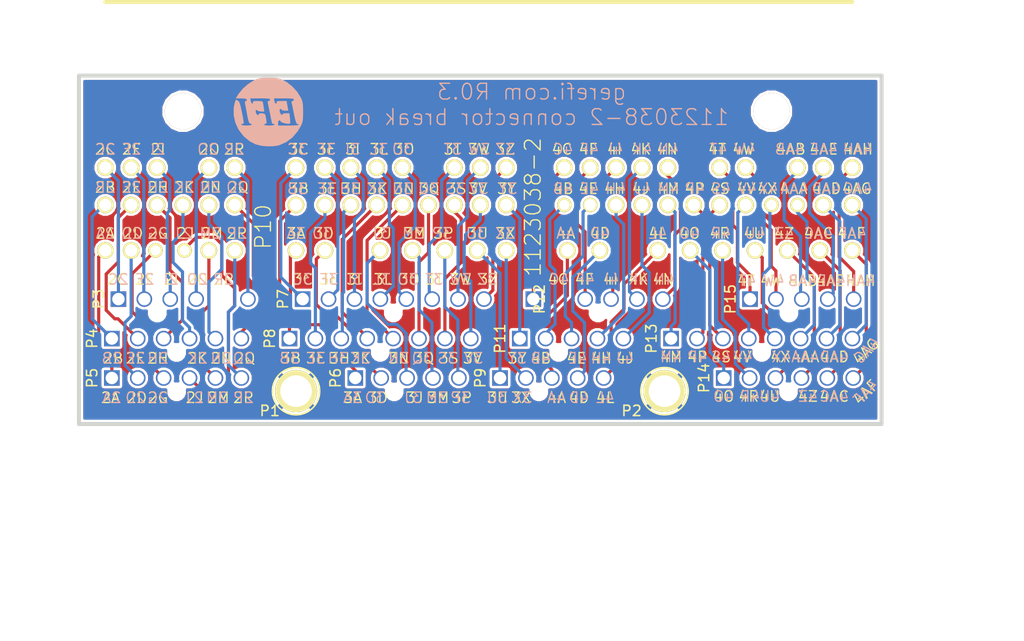
<source format=kicad_pcb>
(kicad_pcb (version 4) (host pcbnew 4.0.5)
  (title_block (title "1123038-2 Connector breakout") (date 2017-03-19) (rev R0.4) (company gerefi))
  (layers (0 F.Cu signal) (31 B.Cu signal) (34 B.Paste user) (35 F.Paste user) (36 B.SilkS user hide) (37 F.SilkS user) (38 B.Mask user) (39 F.Mask user) (44 Edge.Cuts user))
  (net 0 "")
  (net 1 GND)
  (net 2 /2C)
  (net 3 /2F)
  (net 4 /2I)
  (net 5 /20)
  (net 6 /2R)
  (net 7 /3C)
  (net 8 /3F)
  (net 9 /3I)
  (net 10 /3L)
  (net 11 /3O)
  (net 12 /3T)
  (net 13 /3W)
  (net 14 /3Z)
  (net 15 /2B)
  (net 16 /2E)
  (net 17 /3H)
  (net 18 /2K)
  (net 19 /2N)
  (net 20 /2Q)
  (net 21 /2A)
  (net 22 /2D)
  (net 23 /2G)
  (net 24 /2J)
  (net 25 /2M)
  (net 26 /2P)
  (net 27 /3A)
  (net 28 /3D)
  (net 29 /3J)
  (net 30 /3M)
  (net 31 /3P)
  (net 32 /3B)
  (net 33 /3E)
  (net 34 /3K)
  (net 35 /3N)
  (net 36 /3Q)
  (net 37 /3S)
  (net 38 /3V)
  (net 39 /3U)
  (net 40 /3X)
  (net 41 /4A)
  (net 42 /4D)
  (net 43 /4L)
  (net 44 /4C)
  (net 45 /4F)
  (net 46 /4I)
  (net 47 /4K)
  (net 48 /4N)
  (net 49 /4T)
  (net 50 /4W)
  (net 51 /4AB)
  (net 52 /4AE)
  (net 53 /4AH)
  (net 54 /3Y)
  (net 55 /4B)
  (net 56 /4E)
  (net 57 /4H)
  (net 58 /4J)
  (net 59 /4M)
  (net 60 /4P)
  (net 61 /4S)
  (net 62 /4V)
  (net 63 /4AA)
  (net 64 /4AD)
  (net 65 /4AG)
  (net 66 /4O)
  (net 67 /4R)
  (net 68 /4U)
  (net 69 /4X)
  (net 70 /4AC)
  (net 71 /4AF)
  (net 72 /2H)
  (net 73 /4Z)
  (module Molex_NanoFit_1x05x2.50mm_Straight (layer F.Cu) (at 140.335 63.5)
    (fp_text reference P12 (at -1.905 0 90) (layer F.SilkS))
    (fp_text value CONN_01X05 hide)
    (pad 1 thru_hole rect (at -2.5 0) (size 1.5048 1.5048) (drill 1.2) (layers *.Cu *.Mask) (net 44 /4C))
    (pad 2 thru_hole circle (at 2.5 0) (size 1.5048 1.5048) (drill 1.2) (layers *.Cu *.Mask) (net 45 /4F))
    (pad 3 thru_hole circle (at 5 0) (size 1.5048 1.5048) (drill 1.2) (layers *.Cu *.Mask) (net 46 /4I))
    (pad 4 thru_hole circle (at 7.5 0) (size 1.5048 1.5048) (drill 1.2) (layers *.Cu *.Mask) (net 47 /4K))
    (pad 5 thru_hole circle (at 10 0) (size 1.5048 1.5048) (drill 1.2) (layers *.Cu *.Mask) (net 48 /4N))
    (pad "" np_thru_hole circle (at 3.75 1.34) (size 1.3 1.3) (drill 1.3) (layers *.Cu))
  )
  (module Molex_NanoFit_1x05x2.50mm_Straight (layer F.Cu) (at 97.79 63.5)
    (fp_text reference P3 (at -1.905 0 90) (layer F.SilkS))
    (fp_text value CONN_01X05 hide)
    (pad 1 thru_hole rect (at 0 0) (size 1.5048 1.5048) (drill 1.2) (layers *.Cu *.Mask) (net 2 /2C))
    (pad 2 thru_hole circle (at 2.5 0) (size 1.5048 1.5048) (drill 1.2) (layers *.Cu *.Mask) (net 3 /2F))
    (pad 3 thru_hole circle (at 5 0) (size 1.5048 1.5048) (drill 1.2) (layers *.Cu *.Mask) (net 4 /2I))
    (pad 4 thru_hole circle (at 7.5 0) (size 1.5048 1.5048) (drill 1.2) (layers *.Cu *.Mask) (net 5 /20))
    (pad 5 thru_hole circle (at 12.5 0) (size 1.5048 1.5048) (drill 1.2) (layers *.Cu *.Mask) (net 6 /2R))
    (pad "" np_thru_hole circle (at 3.75 1.34) (size 1.3 1.3) (drill 1.3) (layers *.Cu))
  )
  (module 1123038-2 (layer F.Cu) (at 96.52 50.8)
    (fp_text reference P10 (at 15.24 5.715 90) (layer F.SilkS) (effects (font (thickness 0.127))))
    (fp_text value 1123038-2 (at 41.275 3.81 270) (layer F.SilkS) (effects (font (thickness 0.127))))
    (pad 1 thru_hole circle (at 0 0) (size 1.6 1.6) (drill 1.2) (layers *.Cu *.Mask F.SilkS) (net 2 /2C))
    (pad 2 thru_hole circle (at 2.5 0) (size 1.6 1.6) (drill 1.2) (layers *.Cu *.Mask F.SilkS) (net 3 /2F))
    (pad 3 thru_hole circle (at 5 0) (size 1.6 1.6) (drill 1.2) (layers *.Cu *.Mask F.SilkS) (net 4 /2I))
    (pad 4 thru_hole circle (at 10 0) (size 1.6 1.6) (drill 1.2) (layers *.Cu *.Mask F.SilkS) (net 5 /20))
    (pad 5 thru_hole circle (at 12.5 0) (size 1.6 1.6) (drill 1.2) (layers *.Cu *.Mask F.SilkS) (net 6 /2R))
    (pad 6 thru_hole circle (at 18.4 0) (size 1.6 1.6) (drill 1.2) (layers *.Cu *.Mask F.SilkS) (net 7 /3C))
    (pad 7 thru_hole circle (at 21.2 0) (size 1.6 1.6) (drill 1.2) (layers *.Cu *.Mask F.SilkS) (net 8 /3F))
    (pad 8 thru_hole circle (at 23.7 0) (size 1.6 1.6) (drill 1.2) (layers *.Cu *.Mask F.SilkS) (net 9 /3I))
    (pad 9 thru_hole circle (at 26.2 0) (size 1.6 1.6) (drill 1.2) (layers *.Cu *.Mask F.SilkS) (net 10 /3L))
    (pad 10 thru_hole circle (at 28.7 0) (size 1.6 1.6) (drill 1.2) (layers *.Cu *.Mask F.SilkS) (net 11 /3O))
    (pad 11 thru_hole circle (at 33.7 0) (size 1.6 1.6) (drill 1.2) (layers *.Cu *.Mask F.SilkS) (net 12 /3T))
    (pad 12 thru_hole circle (at 36.2 0) (size 1.6 1.6) (drill 1.2) (layers *.Cu *.Mask F.SilkS) (net 13 /3W))
    (pad 13 thru_hole circle (at 38.7 0) (size 1.6 1.6) (drill 1.2) (layers *.Cu *.Mask F.SilkS) (net 14 /3Z))
    (pad 14 thru_hole circle (at 44.3 0) (size 1.6 1.6) (drill 1.2) (layers *.Cu *.Mask F.SilkS) (net 44 /4C))
    (pad 15 thru_hole circle (at 46.8 0) (size 1.6 1.6) (drill 1.2) (layers *.Cu *.Mask F.SilkS) (net 45 /4F))
    (pad 16 thru_hole circle (at 49.3 0) (size 1.6 1.6) (drill 1.2) (layers *.Cu *.Mask F.SilkS) (net 46 /4I))
    (pad 17 thru_hole circle (at 51.8 0) (size 1.6 1.6) (drill 1.2) (layers *.Cu *.Mask F.SilkS) (net 47 /4K))
    (pad 18 thru_hole circle (at 54.3 0) (size 1.6 1.6) (drill 1.2) (layers *.Cu *.Mask F.SilkS) (net 48 /4N))
    (pad 19 thru_hole circle (at 59.3 0) (size 1.6 1.6) (drill 1.2) (layers *.Cu *.Mask F.SilkS) (net 49 /4T))
    (pad 20 thru_hole circle (at 61.8 0) (size 1.6 1.6) (drill 1.2) (layers *.Cu *.Mask F.SilkS) (net 50 /4W))
    (pad 21 thru_hole circle (at 66.8 0) (size 1.6 1.6) (drill 1.2) (layers *.Cu *.Mask F.SilkS) (net 51 /4AB))
    (pad 22 thru_hole circle (at 69.3 0) (size 1.6 1.6) (drill 1.2) (layers *.Cu *.Mask F.SilkS) (net 52 /4AE))
    (pad 23 thru_hole circle (at 72.1 0) (size 1.6 1.6) (drill 1.2) (layers *.Cu *.Mask F.SilkS) (net 53 /4AH))
    (pad 24 thru_hole circle (at 0 3.6) (size 1.6 1.6) (drill 1.2) (layers *.Cu *.Mask F.SilkS) (net 15 /2B))
    (pad 25 thru_hole circle (at 2.5 3.6) (size 1.6 1.6) (drill 1.2) (layers *.Cu *.Mask F.SilkS) (net 16 /2E))
    (pad 26 thru_hole circle (at 5 3.6) (size 1.6 1.6) (drill 1.2) (layers *.Cu *.Mask F.SilkS) (net 72 /2H))
    (pad 27 thru_hole circle (at 7.5 3.6) (size 1.6 1.6) (drill 1.2) (layers *.Cu *.Mask F.SilkS) (net 18 /2K))
    (pad 28 thru_hole circle (at 10 3.6) (size 1.6 1.6) (drill 1.2) (layers *.Cu *.Mask F.SilkS) (net 19 /2N))
    (pad 29 thru_hole circle (at 12.5 3.6) (size 1.6 1.6) (drill 1.2) (layers *.Cu *.Mask F.SilkS) (net 20 /2Q))
    (pad 30 thru_hole circle (at 18.4 3.6) (size 1.6 1.6) (drill 1.2) (layers *.Cu *.Mask F.SilkS) (net 32 /3B))
    (pad 31 thru_hole circle (at 21.2 3.6) (size 1.6 1.6) (drill 1.2) (layers *.Cu *.Mask F.SilkS) (net 33 /3E))
    (pad 32 thru_hole circle (at 23.7 3.6) (size 1.6 1.6) (drill 1.2) (layers *.Cu *.Mask F.SilkS) (net 17 /3H))
    (pad 33 thru_hole circle (at 26.2 3.6) (size 1.6 1.6) (drill 1.2) (layers *.Cu *.Mask F.SilkS) (net 34 /3K))
    (pad 34 thru_hole circle (at 28.7 3.6) (size 1.6 1.6) (drill 1.2) (layers *.Cu *.Mask F.SilkS) (net 35 /3N))
    (pad 35 thru_hole circle (at 31.2 3.6) (size 1.6 1.6) (drill 1.2) (layers *.Cu *.Mask F.SilkS) (net 36 /3Q))
    (pad 36 thru_hole circle (at 33.7 3.6) (size 1.6 1.6) (drill 1.2) (layers *.Cu *.Mask F.SilkS) (net 37 /3S))
    (pad 37 thru_hole circle (at 36.2 3.6) (size 1.6 1.6) (drill 1.2) (layers *.Cu *.Mask F.SilkS) (net 38 /3V))
    (pad 38 thru_hole circle (at 38.7 3.6) (size 1.6 1.6) (drill 1.2) (layers *.Cu *.Mask F.SilkS) (net 54 /3Y))
    (pad 39 thru_hole circle (at 44.3 3.6) (size 1.4 1.4) (drill 1) (layers *.Cu *.Mask F.SilkS) (net 55 /4B))
    (pad 40 thru_hole circle (at 46.8 3.6) (size 1.4 1.4) (drill 1.1) (layers *.Cu *.Mask F.SilkS) (net 56 /4E))
    (pad 41 thru_hole circle (at 49.3 3.6) (size 1.6 1.6) (drill 1.2) (layers *.Cu *.Mask F.SilkS) (net 57 /4H))
    (pad 42 thru_hole circle (at 51.8 3.6) (size 1.6 1.6) (drill 1.2) (layers *.Cu *.Mask F.SilkS) (net 58 /4J))
    (pad 43 thru_hole circle (at 54.3 3.6) (size 1.6 1.6) (drill 1.2) (layers *.Cu *.Mask F.SilkS) (net 59 /4M))
    (pad 44 thru_hole circle (at 56.8 3.6) (size 1.6 1.6) (drill 1.2) (layers *.Cu *.Mask F.SilkS) (net 60 /4P))
    (pad 45 thru_hole circle (at 59.3 3.6) (size 1.6 1.6) (drill 1.2) (layers *.Cu *.Mask F.SilkS) (net 61 /4S))
    (pad 46 thru_hole circle (at 61.8 3.6) (size 1.6 1.6) (drill 1.2) (layers *.Cu *.Mask F.SilkS) (net 62 /4V))
    (pad 47 thru_hole circle (at 64.3 3.6) (size 1.4 1.4) (drill 1) (layers *.Cu *.Mask F.SilkS) (net 69 /4X))
    (pad 48 thru_hole circle (at 66.8 3.6) (size 1.4 1.4) (drill 1) (layers *.Cu *.Mask F.SilkS) (net 63 /4AA))
    (pad 49 thru_hole circle (at 69.3 3.6) (size 1.6 1.6) (drill 1.2) (layers *.Cu *.Mask F.SilkS) (net 64 /4AD))
    (pad 50 thru_hole circle (at 72.1 3.6) (size 1.6 1.6) (drill 1.2) (layers *.Cu *.Mask F.SilkS) (net 65 /4AG))
    (pad 51 thru_hole circle (at 0 8) (size 1.6 1.6) (drill 1.2) (layers *.Cu *.Mask F.SilkS) (net 21 /2A))
    (pad 52 thru_hole circle (at 2.5 8) (size 1.6 1.6) (drill 1.2) (layers *.Cu *.Mask F.SilkS) (net 22 /2D))
    (pad 53 thru_hole circle (at 4.8476 8) (size 1.4 1.4) (drill 1) (layers *.Cu *.Mask F.SilkS) (net 23 /2G))
    (pad 54 thru_hole circle (at 7.6524 8) (size 1.4 1.4) (drill 1) (layers *.Cu *.Mask F.SilkS) (net 24 /2J))
    (pad 55 thru_hole circle (at 10 8) (size 1.6 1.6) (drill 1.2) (layers *.Cu *.Mask F.SilkS) (net 25 /2M))
    (pad 56 thru_hole circle (at 12.5 8) (size 1.6 1.6) (drill 1.2) (layers *.Cu *.Mask F.SilkS) (net 26 /2P))
    (pad 57 thru_hole circle (at 18.4 8) (size 1.6 1.6) (drill 1.2) (layers *.Cu *.Mask F.SilkS) (net 27 /3A))
    (pad 58 thru_hole circle (at 21.2 8) (size 1.6 1.6) (drill 1.2) (layers *.Cu *.Mask F.SilkS) (net 28 /3D))
    (pad 59 thru_hole circle (at 26.51 8) (size 1.6 1.6) (drill 1.2) (layers *.Cu *.Mask F.SilkS) (net 29 /3J))
    (pad 60 thru_hole circle (at 29.64 8) (size 1.6 1.6) (drill 1.2) (layers *.Cu *.Mask F.SilkS) (net 30 /3M))
    (pad 61 thru_hole circle (at 32.77 8) (size 1.6 1.6) (drill 1.2) (layers *.Cu *.Mask F.SilkS) (net 31 /3P))
    (pad 62 thru_hole circle (at 35.9 8) (size 1.6 1.6) (drill 1.2) (layers *.Cu *.Mask F.SilkS) (net 39 /3U))
    (pad 63 thru_hole circle (at 38.7 8) (size 1.6 1.6) (drill 1.2) (layers *.Cu *.Mask F.SilkS) (net 40 /3X))
    (pad 64 thru_hole circle (at 44.6 8) (size 1.6 1.6) (drill 1.2) (layers *.Cu *.Mask F.SilkS) (net 41 /4A))
    (pad 65 thru_hole circle (at 47.73 8) (size 1.6 1.6) (drill 1.2) (layers *.Cu *.Mask F.SilkS) (net 42 /4D))
    (pad 66 thru_hole circle (at 53.32 8) (size 1.6 1.6) (drill 1.2) (layers *.Cu *.Mask F.SilkS) (net 43 /4L))
    (pad 67 thru_hole circle (at 56.45 8) (size 1.6 1.6) (drill 1.2) (layers *.Cu *.Mask F.SilkS) (net 66 /4O))
    (pad 68 thru_hole circle (at 59.58 8) (size 1.6 1.6) (drill 1.2) (layers *.Cu *.Mask F.SilkS) (net 67 /4R))
    (pad 69 thru_hole circle (at 62.71 8) (size 1.6 1.6) (drill 1.2) (layers *.Cu *.Mask F.SilkS) (net 68 /4U))
    (pad 70 thru_hole circle (at 65.84 8) (size 1.6 1.6) (drill 1.2) (layers *.Cu *.Mask F.SilkS) (net 73 /4Z))
    (pad 71 thru_hole circle (at 68.97 8) (size 1.6 1.6) (drill 1.2) (layers *.Cu *.Mask F.SilkS) (net 70 /4AC))
    (pad 72 thru_hole circle (at 72.1 8) (size 1.6 1.6) (drill 1.2) (layers *.Cu *.Mask F.SilkS) (net 71 /4AF))
    (pad "" thru_hole circle (at 64.3 -5.45) (size 3.5 3.5) (drill 3.5) (layers *.Cu *.Mask F.SilkS))
    (pad "" thru_hole circle (at 7.5 -5.45) (size 3.5 3.5) (drill 3.5) (layers *.Cu *.Mask F.SilkS))
  )
  (module Molex_NanoFit_1x06x2.50mm_Straight (layer F.Cu) (at 156.21 71.12)
    (fp_text reference P14 (at -1.905 0 90) (layer F.SilkS))
    (fp_text value CONN_01X06 hide)
    (pad 1 thru_hole rect (at 0 0) (size 1.5048 1.5048) (drill 1.2) (layers *.Cu *.Mask) (net 66 /4O))
    (pad 2 thru_hole circle (at 2.5 0) (size 1.5048 1.5048) (drill 1.2) (layers *.Cu *.Mask) (net 67 /4R))
    (pad 3 thru_hole circle (at 5 0) (size 1.5048 1.5048) (drill 1.2) (layers *.Cu *.Mask) (net 68 /4U))
    (pad 4 thru_hole circle (at 7.5 0) (size 1.5048 1.5048) (drill 1.2) (layers *.Cu *.Mask) (net 73 /4Z))
    (pad 5 thru_hole circle (at 10 0) (size 1.5048 1.5048) (drill 1.2) (layers *.Cu *.Mask) (net 70 /4AC))
    (pad 6 thru_hole circle (at 12.5 0) (size 1.5048 1.5048) (drill 1.2) (layers *.Cu *.Mask) (net 71 /4AF))
    (pad "" np_thru_hole circle (at 6.25 1.34) (size 1.3 1.3) (drill 1.3) (layers *.Cu))
  )
  (module Molex_NanoFit_1x05x2.50mm_Straight (layer F.Cu) (at 158.75 63.5)
    (fp_text reference P15 (at -1.905 0 90) (layer F.SilkS))
    (fp_text value CONN_01X05 hide)
    (pad 1 thru_hole rect (at 0 0) (size 1.5048 1.5048) (drill 1.2) (layers *.Cu *.Mask) (net 49 /4T))
    (pad 2 thru_hole circle (at 2.5 0) (size 1.5048 1.5048) (drill 1.2) (layers *.Cu *.Mask) (net 50 /4W))
    (pad 3 thru_hole circle (at 5 0) (size 1.5048 1.5048) (drill 1.2) (layers *.Cu *.Mask) (net 51 /4AB))
    (pad 4 thru_hole circle (at 7.5 0) (size 1.5048 1.5048) (drill 1.2) (layers *.Cu *.Mask) (net 52 /4AE))
    (pad 5 thru_hole circle (at 10 0) (size 1.5048 1.5048) (drill 1.2) (layers *.Cu *.Mask) (net 53 /4AH))
    (pad "" np_thru_hole circle (at 3.75 1.34) (size 1.3 1.3) (drill 1.3) (layers *.Cu))
  )
  (module Molex_NanoFit_1x08x2.50mm_Straight (layer F.Cu) (at 151.13 67.31)
    (fp_text reference P13 (at -1.905 0 90) (layer F.SilkS))
    (fp_text value CONN_01X08 hide)
    (pad 1 thru_hole rect (at 0 0) (size 1.5048 1.5048) (drill 1.2) (layers *.Cu *.Mask) (net 59 /4M))
    (pad 2 thru_hole circle (at 2.5 0) (size 1.5048 1.5048) (drill 1.2) (layers *.Cu *.Mask) (net 60 /4P))
    (pad 3 thru_hole circle (at 5 0) (size 1.5048 1.5048) (drill 1.2) (layers *.Cu *.Mask) (net 61 /4S))
    (pad 4 thru_hole circle (at 7.5 0) (size 1.5048 1.5048) (drill 1.2) (layers *.Cu *.Mask) (net 62 /4V))
    (pad 5 thru_hole circle (at 10 0) (size 1.5048 1.5048) (drill 1.2) (layers *.Cu *.Mask) (net 69 /4X))
    (pad 6 thru_hole circle (at 12.5 0) (size 1.5048 1.5048) (drill 1.2) (layers *.Cu *.Mask) (net 63 /4AA))
    (pad 7 thru_hole circle (at 15 0) (size 1.5048 1.5048) (drill 1.2) (layers *.Cu *.Mask) (net 64 /4AD))
    (pad 8 thru_hole circle (at 17.5 0) (size 1.5048 1.5048) (drill 1.2) (layers *.Cu *.Mask) (net 65 /4AG))
    (pad "" np_thru_hole circle (at 8.75 1.34) (size 1.3 1.3) (drill 1.3) (layers *.Cu))
  )
  (module Molex_NanoFit_1x05x2.50mm_Straight (layer F.Cu) (at 134.62 71.12)
    (fp_text reference P9 (at -1.905 0 90) (layer F.SilkS))
    (fp_text value CONN_01X05 hide)
    (pad 1 thru_hole rect (at 0 0) (size 1.5048 1.5048) (drill 1.2) (layers *.Cu *.Mask) (net 39 /3U))
    (pad 2 thru_hole circle (at 2.5 0) (size 1.5048 1.5048) (drill 1.2) (layers *.Cu *.Mask) (net 40 /3X))
    (pad 3 thru_hole circle (at 5 0) (size 1.5048 1.5048) (drill 1.2) (layers *.Cu *.Mask) (net 41 /4A))
    (pad 4 thru_hole circle (at 7.5 0) (size 1.5048 1.5048) (drill 1.2) (layers *.Cu *.Mask) (net 42 /4D))
    (pad 5 thru_hole circle (at 10 0) (size 1.5048 1.5048) (drill 1.2) (layers *.Cu *.Mask) (net 43 /4L))
    (pad "" np_thru_hole circle (at 3.75 1.34) (size 1.3 1.3) (drill 1.3) (layers *.Cu))
  )
  (module Molex_NanoFit_1x05x2.50mm_Straight (layer F.Cu) (at 136.525 67.31)
    (fp_text reference P11 (at -1.905 0 90) (layer F.SilkS))
    (fp_text value CONN_01X05 hide)
    (pad 1 thru_hole rect (at 0 0) (size 1.5048 1.5048) (drill 1.2) (layers *.Cu *.Mask) (net 54 /3Y))
    (pad 2 thru_hole circle (at 2.5 0) (size 1.5048 1.5048) (drill 1.2) (layers *.Cu *.Mask) (net 55 /4B))
    (pad 3 thru_hole circle (at 5 0) (size 1.5048 1.5048) (drill 1.2) (layers *.Cu *.Mask) (net 56 /4E))
    (pad 4 thru_hole circle (at 7.5 0) (size 1.5048 1.5048) (drill 1.2) (layers *.Cu *.Mask) (net 57 /4H))
    (pad 5 thru_hole circle (at 10 0) (size 1.5048 1.5048) (drill 1.2) (layers *.Cu *.Mask) (net 58 /4J))
    (pad "" np_thru_hole circle (at 3.75 1.34) (size 1.3 1.3) (drill 1.3) (layers *.Cu))
  )
  (module Molex_NanoFit_1x05x2.50mm_Straight (layer F.Cu) (at 120.65 71.12)
    (fp_text reference P6 (at -1.905 0 90) (layer F.SilkS))
    (fp_text value CONN_01X05 hide)
    (pad 1 thru_hole rect (at 0 0) (size 1.5048 1.5048) (drill 1.2) (layers *.Cu *.Mask) (net 27 /3A))
    (pad 2 thru_hole circle (at 2.5 0) (size 1.5048 1.5048) (drill 1.2) (layers *.Cu *.Mask) (net 28 /3D))
    (pad 3 thru_hole circle (at 5 0) (size 1.5048 1.5048) (drill 1.2) (layers *.Cu *.Mask) (net 29 /3J))
    (pad 4 thru_hole circle (at 7.5 0) (size 1.5048 1.5048) (drill 1.2) (layers *.Cu *.Mask) (net 30 /3M))
    (pad 5 thru_hole circle (at 10 0) (size 1.5048 1.5048) (drill 1.2) (layers *.Cu *.Mask) (net 31 /3P))
    (pad "" np_thru_hole circle (at 3.75 1.34) (size 1.3 1.3) (drill 1.3) (layers *.Cu))
  )
  (module Molex_NanoFit_1x08x2.50mm_Straight (layer F.Cu) (at 114.3 67.31)
    (fp_text reference P8 (at -1.905 0 270) (layer F.SilkS))
    (fp_text value CONN_01X08 hide)
    (pad 1 thru_hole rect (at 0 0) (size 1.5048 1.5048) (drill 1.2) (layers *.Cu *.Mask) (net 32 /3B))
    (pad 2 thru_hole circle (at 2.5 0) (size 1.5048 1.5048) (drill 1.2) (layers *.Cu *.Mask) (net 33 /3E))
    (pad 3 thru_hole circle (at 5 0) (size 1.5048 1.5048) (drill 1.2) (layers *.Cu *.Mask) (net 17 /3H))
    (pad 4 thru_hole circle (at 7.5 0) (size 1.5048 1.5048) (drill 1.2) (layers *.Cu *.Mask) (net 34 /3K))
    (pad 5 thru_hole circle (at 10 0) (size 1.5048 1.5048) (drill 1.2) (layers *.Cu *.Mask) (net 35 /3N))
    (pad 6 thru_hole circle (at 12.5 0) (size 1.5048 1.5048) (drill 1.2) (layers *.Cu *.Mask) (net 36 /3Q))
    (pad 7 thru_hole circle (at 15 0) (size 1.5048 1.5048) (drill 1.2) (layers *.Cu *.Mask) (net 37 /3S))
    (pad 8 thru_hole circle (at 17.5 0) (size 1.5048 1.5048) (drill 1.2) (layers *.Cu *.Mask) (net 38 /3V))
    (pad "" np_thru_hole circle (at 8.75 1.34) (size 1.3 1.3) (drill 1.3) (layers *.Cu))
  )
  (module Molex_NanoFit_1x08x2.50mm_Straight (layer F.Cu) (at 115.57 63.5)
    (fp_text reference P7 (at -1.905 0 90) (layer F.SilkS))
    (fp_text value CONN_01X08 hide)
    (pad 1 thru_hole rect (at 0 0) (size 1.5048 1.5048) (drill 1.2) (layers *.Cu *.Mask) (net 7 /3C))
    (pad 2 thru_hole circle (at 2.5 0) (size 1.5048 1.5048) (drill 1.2) (layers *.Cu *.Mask) (net 8 /3F))
    (pad 3 thru_hole circle (at 5 0) (size 1.5048 1.5048) (drill 1.2) (layers *.Cu *.Mask) (net 9 /3I))
    (pad 4 thru_hole circle (at 7.5 0) (size 1.5048 1.5048) (drill 1.2) (layers *.Cu *.Mask) (net 10 /3L))
    (pad 5 thru_hole circle (at 10 0) (size 1.5048 1.5048) (drill 1.2) (layers *.Cu *.Mask) (net 11 /3O))
    (pad 6 thru_hole circle (at 12.5 0) (size 1.5048 1.5048) (drill 1.2) (layers *.Cu *.Mask) (net 12 /3T))
    (pad 7 thru_hole circle (at 15 0) (size 1.5048 1.5048) (drill 1.2) (layers *.Cu *.Mask) (net 13 /3W))
    (pad 8 thru_hole circle (at 17.5 0) (size 1.5048 1.5048) (drill 1.2) (layers *.Cu *.Mask) (net 14 /3Z))
    (pad "" np_thru_hole circle (at 8.75 1.34) (size 1.3 1.3) (drill 1.3) (layers *.Cu))
  )
  (module Molex_NanoFit_1x06x2.50mm_Straight (layer F.Cu) (at 97.155 71.12)
    (fp_text reference P5 (at -1.905 0 90) (layer F.SilkS))
    (fp_text value CONN_01X06 hide)
    (pad 1 thru_hole rect (at 0 0) (size 1.5048 1.5048) (drill 1.2) (layers *.Cu *.Mask) (net 21 /2A))
    (pad 2 thru_hole circle (at 2.5 0) (size 1.5048 1.5048) (drill 1.2) (layers *.Cu *.Mask) (net 22 /2D))
    (pad 3 thru_hole circle (at 5 0) (size 1.5048 1.5048) (drill 1.2) (layers *.Cu *.Mask) (net 23 /2G))
    (pad 4 thru_hole circle (at 7.5 0) (size 1.5048 1.5048) (drill 1.2) (layers *.Cu *.Mask) (net 24 /2J))
    (pad 5 thru_hole circle (at 10 0) (size 1.5048 1.5048) (drill 1.2) (layers *.Cu *.Mask) (net 25 /2M))
    (pad 6 thru_hole circle (at 12.5 0) (size 1.5048 1.5048) (drill 1.2) (layers *.Cu *.Mask) (net 26 /2P))
    (pad "" np_thru_hole circle (at 6.25 1.34) (size 1.3 1.3) (drill 1.3) (layers *.Cu))
  )
  (module Molex_NanoFit_1x06x2.50mm_Straight (layer F.Cu) (at 97.155 67.31)
    (fp_text reference P4 (at -1.905 0 90) (layer F.SilkS))
    (fp_text value CONN_01X06 hide)
    (pad 1 thru_hole rect (at 0 0) (size 1.5048 1.5048) (drill 1.2) (layers *.Cu *.Mask) (net 15 /2B))
    (pad 2 thru_hole circle (at 2.5 0) (size 1.5048 1.5048) (drill 1.2) (layers *.Cu *.Mask) (net 16 /2E))
    (pad 3 thru_hole circle (at 5 0) (size 1.5048 1.5048) (drill 1.2) (layers *.Cu *.Mask) (net 72 /2H))
    (pad 4 thru_hole circle (at 7.5 0) (size 1.5048 1.5048) (drill 1.2) (layers *.Cu *.Mask) (net 18 /2K))
    (pad 5 thru_hole circle (at 10 0) (size 1.5048 1.5048) (drill 1.2) (layers *.Cu *.Mask) (net 19 /2N))
    (pad 6 thru_hole circle (at 12.5 0) (size 1.5048 1.5048) (drill 1.2) (layers *.Cu *.Mask) (net 20 /2Q))
    (pad "" np_thru_hole circle (at 6.25 1.34) (size 1.3 1.3) (drill 1.3) (layers *.Cu))
  )
  (module 1pin (layer F.Cu) (at 114.935 72.39)
    (fp_text reference P1 (at -2.54 1.905) (layer F.SilkS))
    (fp_text value CONN_1 hide)
    (pad 1 thru_hole circle (at 0 0) (size 4.064 4.064) (drill 3.048) (layers *.Cu *.Mask F.SilkS) (net 1 GND))
  )
  (module 1pin (layer F.Cu) (at 150.495 72.39)
    (fp_text reference P2 (at -3.175 1.905) (layer F.SilkS))
    (fp_text value CONN_1 hide)
    (pad 1 thru_hole circle (at 0 0) (size 4.064 4.064) (drill 3.048) (layers *.Cu *.Mask F.SilkS) (net 1 GND))
  )
  (module logo:LOGO (layer B.Cu) (at 112.268 45.466 180)
    (fp_text reference G1 hide)
    (fp_text value LOGO hide)
  )
  (gr_text 2C (at 96.52 49.022) (layer F.SilkS) (effects (font (size 1.016 1.016) (thickness 0.127))))
  (gr_text 2C (at 97.663 61.595) (layer F.SilkS) (effects (font (size 1.016 1.016) (thickness 0.127))))
  (gr_text 2B (at 96.52 52.705) (layer F.SilkS) (effects (font (size 1.016 1.016) (thickness 0.127))))
  (gr_text 2A (at 96.52 57.15) (layer F.SilkS) (effects (font (size 1.016 1.016) (thickness 0.127))))
  (gr_text 2B (at 97.282 69.215) (layer F.SilkS) (effects (font (size 1.016 1.016) (thickness 0.127))))
  (gr_text 2A (at 97.028 73.025) (layer F.SilkS) (effects (font (size 1.016 1.016) (thickness 0.127))))
  (gr_text 2F (at 100.33 61.595) (layer F.SilkS) (effects (font (size 1.016 1.016) (thickness 0.127))))
  (gr_text 2I (at 102.87 61.595) (layer F.SilkS) (effects (font (size 1.016 1.016) (thickness 0.127))))
  (gr_text 2O (at 105.41 61.595) (layer F.SilkS) (effects (font (size 1.016 1.016) (thickness 0.127))))
  (gr_text 2R (at 107.95 61.595) (layer F.SilkS) (effects (font (size 1.016 1.016) (thickness 0.127))))
  (gr_text 2E (at 99.441 69.215) (layer F.SilkS) (effects (font (size 1.016 1.016) (thickness 0.127))))
  (gr_text 2H (at 101.6 69.215) (layer F.SilkS) (effects (font (size 1.016 1.016) (thickness 0.127))))
  (gr_text 2K (at 105.41 69.215) (layer F.SilkS) (effects (font (size 1.016 1.016) (thickness 0.127))))
  (gr_text 2N (at 107.696 69.215) (layer F.SilkS) (effects (font (size 1.016 1.016) (thickness 0.127))))
  (gr_text 2Q (at 109.982 69.215) (layer F.SilkS) (effects (font (size 1.016 1.016) (thickness 0.127))))
  (gr_text 2D (at 99.568 73.025) (layer F.SilkS) (effects (font (size 1.016 1.016) (thickness 0.127))))
  (gr_text 2G (at 101.6 73.025) (layer F.SilkS) (effects (font (size 1.016 1.016) (thickness 0.127))))
  (gr_text 2J (at 105.156 73.025) (layer F.SilkS) (effects (font (size 1.016 1.016) (thickness 0.127))))
  (gr_text 2M (at 107.442 73.025) (layer F.SilkS) (effects (font (size 1.016 1.016) (thickness 0.127))))
  (gr_text 2P (at 109.855 73.025) (layer F.SilkS) (effects (font (size 1.016 1.016) (thickness 0.127))))
  (gr_text 4O (at 152.908 57.15) (layer F.SilkS) (effects (font (size 1.016 1.016) (thickness 0.127))))
  (gr_text 4L (at 149.86 57.15) (layer F.SilkS) (effects (font (size 1.016 1.016) (thickness 0.127))))
  (gr_text 4D (at 144.272 57.15) (layer F.SilkS) (effects (font (size 1.016 1.016) (thickness 0.127))))
  (gr_text 3S (at 130.429 52.832) (layer F.SilkS) (effects (font (size 1.016 1.016) (thickness 0.127))))
  (gr_text 3V (at 132.461 52.832) (layer F.SilkS) (effects (font (size 1.016 1.016) (thickness 0.127))))
  (gr_text 3Y (at 135.255 52.832) (layer F.SilkS) (effects (font (size 1.016 1.016) (thickness 0.127))))
  (gr_text 3P (at 130.937 73.025) (layer F.SilkS) (effects (font (size 1.016 1.016) (thickness 0.127))))
  (gr_text 3M (at 128.651 73.025) (layer F.SilkS) (effects (font (size 1.016 1.016) (thickness 0.127))))
  (gr_text 3J (at 126.365 73.025) (layer F.SilkS) (effects (font (size 1.016 1.016) (thickness 0.127))))
  (gr_text 3D (at 122.809 73.025) (layer F.SilkS) (effects (font (size 1.016 1.016) (thickness 0.127))))
  (gr_text 3A (at 120.396 73.025) (layer F.SilkS) (effects (font (size 1.016 1.016) (thickness 0.127))))
  (gr_text 3Q (at 127.254 69.215) (layer F.SilkS) (effects (font (size 1.016 1.016) (thickness 0.127))))
  (gr_text 3N (at 124.841 69.215) (layer F.SilkS) (effects (font (size 1.016 1.016) (thickness 0.127))))
  (gr_text 3K (at 121.158 69.215) (layer F.SilkS) (effects (font (size 1.016 1.016) (thickness 0.127))))
  (gr_text 3H (at 119.126 69.215) (layer F.SilkS) (effects (font (size 1.016 1.016) (thickness 0.127))))
  (gr_text 3E (at 116.84 69.215) (layer F.SilkS) (effects (font (size 1.016 1.016) (thickness 0.127))))
  (gr_text 3B (at 114.427 69.215) (layer F.SilkS) (effects (font (size 1.016 1.016) (thickness 0.127))))
  (gr_text 3T (at 128.27 61.595) (layer F.SilkS) (effects (font (size 1.016 1.016) (thickness 0.127))))
  (gr_text 3O (at 125.857 61.595) (layer F.SilkS) (effects (font (size 1.016 1.016) (thickness 0.127))))
  (gr_text 3L (at 123.317 61.595) (layer F.SilkS) (effects (font (size 1.016 1.016) (thickness 0.127))))
  (gr_text 3I (at 120.523 61.595) (layer F.SilkS) (effects (font (size 1.016 1.016) (thickness 0.127))))
  (gr_text 3F (at 118.11 61.595) (layer F.SilkS) (effects (font (size 1.016 1.016) (thickness 0.127))))
  (gr_text 3C (at 115.57 61.595) (layer F.SilkS) (effects (font (size 1.016 1.016) (thickness 0.127))))
  (gr_text 4L (at 144.78 73.025) (layer F.SilkS) (effects (font (size 1.016 1.016) (thickness 0.127))))
  (gr_text 4D (at 142.24 73.025) (layer F.SilkS) (effects (font (size 1.016 1.016) (thickness 0.127))))
  (gr_text 4A (at 140.081 73.025) (layer F.SilkS) (effects (font (size 1.016 1.016) (thickness 0.127))))
  (gr_text 3X (at 136.652 73.025) (layer F.SilkS) (effects (font (size 1.016 1.016) (thickness 0.127))))
  (gr_text 3U (at 134.366 73.025) (layer F.SilkS) (effects (font (size 1.016 1.016) (thickness 0.127))))
  (gr_text 4AD (at 166.878 69.088) (layer F.SilkS) (effects (font (size 1.016 1.016) (thickness 0.127))))
  (gr_text 4J (at 146.685 69.215) (layer F.SilkS) (effects (font (size 1.016 1.016) (thickness 0.127))))
  (gr_text 4H (at 144.399 69.215) (layer F.SilkS) (effects (font (size 1.016 1.016) (thickness 0.127))))
  (gr_text 4E (at 141.986 69.215) (layer F.SilkS) (effects (font (size 1.016 1.016) (thickness 0.127))))
  (gr_text 4B (at 138.557 69.215) (layer F.SilkS) (effects (font (size 1.016 1.016) (thickness 0.127))))
  (gr_text 3Y (at 136.271 69.215) (layer F.SilkS) (effects (font (size 1.016 1.016) (thickness 0.127))))
  (gr_text 3V (at 131.953 69.215) (layer F.SilkS) (effects (font (size 1.016 1.016) (thickness 0.127))))
  (gr_text 3S (at 129.667 69.215) (layer F.SilkS) (effects (font (size 1.016 1.016) (thickness 0.127))))
  (gr_text 3Z (at 133.477 61.595) (layer F.SilkS) (effects (font (size 1.016 1.016) (thickness 0.127))))
  (gr_text 3W (at 130.81 61.595) (layer F.SilkS) (effects (font (size 1.016 1.016) (thickness 0.127))))
  (gr_text 4AF (at 169.926 72.517 45) (layer F.SilkS) (effects (font (size 1.016 1.016) (thickness 0.127))))
  (gr_text 4AC (at 166.878 72.898) (layer F.SilkS) (effects (font (size 1.016 1.016) (thickness 0.127))))
  (gr_text 4Z (at 164.338 72.898) (layer F.SilkS) (effects (font (size 1.016 1.016) (thickness 0.127))))
  (gr_text 4U (at 160.655 72.898) (layer F.SilkS) (effects (font (size 1.016 1.016) (thickness 0.127))))
  (gr_text 4R (at 158.623 72.898) (layer F.SilkS) (effects (font (size 1.016 1.016) (thickness 0.127))))
  (gr_text 4O (at 156.21 72.898) (layer F.SilkS) (effects (font (size 1.016 1.016) (thickness 0.127))))
  (gr_text 4N (at 150.368 61.595) (layer F.SilkS) (effects (font (size 1.016 1.016) (thickness 0.127))))
  (gr_text 4K (at 147.955 61.595) (layer F.SilkS) (effects (font (size 1.016 1.016) (thickness 0.127))))
  (gr_text 4I (at 145.288 61.595) (layer F.SilkS) (effects (font (size 1.016 1.016) (thickness 0.127))))
  (gr_text 4F (at 142.748 61.595) (layer F.SilkS) (effects (font (size 1.016 1.016) (thickness 0.127))))
  (gr_text 4C (at 140.208 61.595) (layer F.SilkS) (effects (font (size 1.016 1.016) (thickness 0.127))))
  (gr_text 4AH (at 169.418 61.722) (layer F.SilkS) (effects (font (size 1.016 1.016) (thickness 0.127))))
  (gr_text 4AE (at 166.497 61.722) (layer F.SilkS) (effects (font (size 1.016 1.016) (thickness 0.127))))
  (gr_text 4AB (at 163.83 61.722) (layer F.SilkS) (effects (font (size 1.016 1.016) (thickness 0.127))))
  (gr_text 4W (at 160.782 61.722) (layer F.SilkS) (effects (font (size 1.016 1.016) (thickness 0.127))))
  (gr_text 4T (at 158.369 61.722) (layer F.SilkS) (effects (font (size 1.016 1.016) (thickness 0.127))))
  (gr_text 4AG (at 169.926 68.58 45) (layer F.SilkS) (effects (font (size 1.016 1.016) (thickness 0.127))))
  (gr_text 4AA (at 164.084 69.088) (layer F.SilkS) (effects (font (size 1.016 1.016) (thickness 0.127))))
  (gr_text 4X (at 161.671 69.088) (layer F.SilkS) (effects (font (size 1.016 1.016) (thickness 0.127))))
  (gr_text 4V (at 157.988 69.088) (layer F.SilkS) (effects (font (size 1.016 1.016) (thickness 0.127))))
  (gr_text 4S (at 155.956 69.088) (layer F.SilkS) (effects (font (size 1.016 1.016) (thickness 0.127))))
  (gr_text 4P (at 153.67 69.088) (layer F.SilkS) (effects (font (size 1.016 1.016) (thickness 0.127))))
  (gr_text 4M (at 151.13 69.088) (layer F.SilkS) (effects (font (size 1.016 1.016) (thickness 0.127))))
  (gr_text 3A (at 114.935 57.15) (layer F.SilkS) (effects (font (size 1.016 1.016) (thickness 0.127))))
  (gr_text 2P (at 109.22 57.15) (layer F.SilkS) (effects (font (size 1.016 1.016) (thickness 0.127))))
  (gr_text 2M (at 106.807 57.15) (layer F.SilkS) (effects (font (size 1.016 1.016) (thickness 0.127))))
  (gr_text 2J (at 104.267 57.15) (layer F.SilkS) (effects (font (size 1.016 1.016) (thickness 0.127))))
  (gr_text 2G (at 101.6 57.15) (layer F.SilkS) (effects (font (size 1.016 1.016) (thickness 0.127))))
  (gr_text 2D (at 99.187 57.15) (layer F.SilkS) (effects (font (size 1.016 1.016) (thickness 0.127))))
  (gr_text 3J (at 123.317 57.15) (layer F.SilkS) (effects (font (size 1.016 1.016) (thickness 0.127))))
  (gr_text 2Q (at 109.347 52.705) (layer F.SilkS) (effects (font (size 1.016 1.016) (thickness 0.127))))
  (gr_text 2N (at 106.68 52.705) (layer F.SilkS) (effects (font (size 1.016 1.016) (thickness 0.127))))
  (gr_text 2K (at 104.14 52.705) (layer F.SilkS) (effects (font (size 1.016 1.016) (thickness 0.127))))
  (gr_text 2H (at 101.6 52.705) (layer F.SilkS) (effects (font (size 1.016 1.016) (thickness 0.127))))
  (gr_text 2E (at 99.06 52.705) (layer F.SilkS) (effects (font (size 1.016 1.016) (thickness 0.127))))
  (gr_text 3M (at 126.365 57.15) (layer F.SilkS) (effects (font (size 1.016 1.016) (thickness 0.127))))
  (gr_text 2R (at 108.966 49.022) (layer F.SilkS) (effects (font (size 1.016 1.016) (thickness 0.127))))
  (gr_text 2O (at 106.553 49.022) (layer F.SilkS) (effects (font (size 1.016 1.016) (thickness 0.127))))
  (gr_text 3D (at 117.602 57.15) (layer F.SilkS) (effects (font (size 1.016 1.016) (thickness 0.127))))
  (gr_text 2I (at 101.6 49.022) (layer F.SilkS) (effects (font (size 1.016 1.016) (thickness 0.127))))
  (gr_text 2F (at 99.06 49.022) (layer F.SilkS) (effects (font (size 1.016 1.016) (thickness 0.127))))
  (gr_text 3T (at 130.048 49.022) (layer F.SilkS) (effects (font (size 1.016 1.016) (thickness 0.127))))
  (gr_text 3O (at 125.349 49.022) (layer F.SilkS) (effects (font (size 1.016 1.016) (thickness 0.127))))
  (gr_text 3L (at 122.936 49.022) (layer F.SilkS) (effects (font (size 1.016 1.016) (thickness 0.127))))
  (gr_text 3I (at 120.396 49.022) (layer F.SilkS) (effects (font (size 1.016 1.016) (thickness 0.127))))
  (gr_text 3F (at 117.856 49.022) (layer F.SilkS) (effects (font (size 1.016 1.016) (thickness 0.127))))
  (gr_text 3C (at 115.189 49.022) (layer F.SilkS) (effects (font (size 1.016 1.016) (thickness 0.127))))
  (gr_text 3Q (at 127.762 52.832) (layer F.SilkS) (effects (font (size 1.016 1.016) (thickness 0.127))))
  (gr_text 3N (at 125.349 52.832) (layer F.SilkS) (effects (font (size 1.016 1.016) (thickness 0.127))))
  (gr_text 3K (at 122.809 52.832) (layer F.SilkS) (effects (font (size 1.016 1.016) (thickness 0.127))))
  (gr_text 3H (at 120.269 52.832) (layer F.SilkS) (effects (font (size 1.016 1.016) (thickness 0.127))))
  (gr_text 3E (at 117.983 52.832) (layer F.SilkS) (effects (font (size 1.016 1.016) (thickness 0.127))))
  (gr_text 3B (at 115.189 52.832) (layer F.SilkS) (effects (font (size 1.016 1.016) (thickness 0.127))))
  (gr_text 4AH (at 169.164 49.022) (layer F.SilkS) (effects (font (size 1.016 1.016) (thickness 0.127))))
  (gr_text 4AE (at 165.862 49.022) (layer F.SilkS) (effects (font (size 1.016 1.016) (thickness 0.127))))
  (gr_text 4AB (at 162.687 49.022) (layer F.SilkS) (effects (font (size 1.016 1.016) (thickness 0.127))))
  (gr_text 3Z (at 135.128 49.022) (layer F.SilkS) (effects (font (size 1.016 1.016) (thickness 0.127))))
  (gr_text 4W (at 158.115 49.022) (layer F.SilkS) (effects (font (size 1.016 1.016) (thickness 0.127))))
  (gr_text 4T (at 155.575 49.022) (layer F.SilkS) (effects (font (size 1.016 1.016) (thickness 0.127))))
  (gr_text 4AG (at 169.037 52.832) (layer F.SilkS) (effects (font (size 1.016 1.016) (thickness 0.127))))
  (gr_text 4AD (at 166.116 52.832) (layer F.SilkS) (effects (font (size 1.016 1.016) (thickness 0.127))))
  (gr_text 4AA (at 162.941 52.832) (layer F.SilkS) (effects (font (size 1.016 1.016) (thickness 0.127))))
  (gr_text 4X (at 160.401 52.832) (layer F.SilkS) (effects (font (size 1.016 1.016) (thickness 0.127))))
  (gr_text 4V (at 158.369 52.832) (layer F.SilkS) (effects (font (size 1.016 1.016) (thickness 0.127))))
  (gr_text 4S (at 155.829 52.832) (layer F.SilkS) (effects (font (size 1.016 1.016) (thickness 0.127))))
  (gr_text 4AF (at 168.529 57.15) (layer F.SilkS) (effects (font (size 1.016 1.016) (thickness 0.127))))
  (gr_text 4AC (at 165.354 57.15) (layer F.SilkS) (effects (font (size 1.016 1.016) (thickness 0.127))))
  (gr_text 4Z (at 162.052 57.15) (layer F.SilkS) (effects (font (size 1.016 1.016) (thickness 0.127))))
  (gr_text 4U (at 159.131 57.15) (layer F.SilkS) (effects (font (size 1.016 1.016) (thickness 0.127))))
  (gr_text 4R (at 155.829 57.15) (layer F.SilkS) (effects (font (size 1.016 1.016) (thickness 0.127))))
  (gr_text 4P (at 153.416 52.832) (layer F.SilkS) (effects (font (size 1.016 1.016) (thickness 0.127))))
  (gr_text 4M (at 150.876 52.832) (layer F.SilkS) (effects (font (size 1.016 1.016) (thickness 0.127))))
  (gr_text 4J (at 148.209 52.832) (layer F.SilkS) (effects (font (size 1.016 1.016) (thickness 0.127))))
  (gr_text 4H (at 145.669 52.832) (layer F.SilkS) (effects (font (size 1.016 1.016) (thickness 0.127))))
  (gr_text 4E (at 143.129 52.832) (layer F.SilkS) (effects (font (size 1.016 1.016) (thickness 0.127))))
  (gr_text 4B (at 140.716 52.832) (layer F.SilkS) (effects (font (size 1.016 1.016) (thickness 0.127))))
  (gr_text 3W (at 132.588 49.022) (layer F.SilkS) (effects (font (size 1.016 1.016) (thickness 0.127))))
  (gr_text 4N (at 150.749 49.022) (layer F.SilkS) (effects (font (size 1.016 1.016) (thickness 0.127))))
  (gr_text 4K (at 148.209 49.022) (layer F.SilkS) (effects (font (size 1.016 1.016) (thickness 0.127))))
  (gr_text 4I (at 145.669 49.022) (layer F.SilkS) (effects (font (size 1.016 1.016) (thickness 0.127))))
  (gr_text 4F (at 143.129 49.022) (layer F.SilkS) (effects (font (size 1.016 1.016) (thickness 0.127))))
  (gr_text 4C (at 140.589 49.022) (layer F.SilkS) (effects (font (size 1.016 1.016) (thickness 0.127))))
  (gr_text 3P (at 129.159 57.15) (layer F.SilkS) (effects (font (size 1.016 1.016) (thickness 0.127))))
  (gr_text 3U (at 132.461 57.15) (layer F.SilkS) (effects (font (size 1.016 1.016) (thickness 0.127))))
  (gr_text 3X (at 135.128 57.15) (layer F.SilkS) (effects (font (size 1.016 1.016) (thickness 0.127))))
  (gr_text 4A (at 140.97 57.15) (layer F.SilkS) (effects (font (size 1.016 1.016) (thickness 0.127))))
  (gr_text 4A (at 140.97 57.15) (layer B.SilkS) (effects (font (size 1.016 1.016) (thickness 0.127)) (justify mirror)))
  (gr_text 3X (at 135.128 57.15) (layer B.SilkS) (effects (font (size 1.016 1.016) (thickness 0.127)) (justify mirror)))
  (gr_text 3U (at 132.334 57.15) (layer B.SilkS) (effects (font (size 1.016 1.016) (thickness 0.127)) (justify mirror)))
  (gr_text 3P (at 129.032 57.15) (layer B.SilkS) (effects (font (size 1.016 1.016) (thickness 0.127)) (justify mirror)))
  (gr_text 4C (at 140.716 49.022) (layer B.SilkS) (effects (font (size 1.016 1.016) (thickness 0.127)) (justify mirror)))
  (gr_text 4F (at 143.256 49.022) (layer B.SilkS) (effects (font (size 1.016 1.016) (thickness 0.127)) (justify mirror)))
  (gr_text 4I (at 145.796 49.022) (layer B.SilkS) (effects (font (size 1.016 1.016) (thickness 0.127)) (justify mirror)))
  (gr_text 4K (at 148.336 49.022) (layer B.SilkS) (effects (font (size 1.016 1.016) (thickness 0.127)) (justify mirror)))
  (gr_text 4N (at 150.876 49.022) (layer B.SilkS) (effects (font (size 1.016 1.016) (thickness 0.127)) (justify mirror)))
  (gr_text 3W (at 132.588 49.022) (layer B.SilkS) (effects (font (size 1.016 1.016) (thickness 0.127)) (justify mirror)))
  (gr_text 4B (at 140.716 52.832) (layer B.SilkS) (effects (font (size 1.016 1.016) (thickness 0.127)) (justify mirror)))
  (gr_text 4E (at 143.256 52.832) (layer B.SilkS) (effects (font (size 1.016 1.016) (thickness 0.127)) (justify mirror)))
  (gr_text 4H (at 145.796 52.832) (layer B.SilkS) (effects (font (size 1.016 1.016) (thickness 0.127)) (justify mirror)))
  (gr_text 4J (at 148.336 52.832) (layer B.SilkS) (effects (font (size 1.016 1.016) (thickness 0.127)) (justify mirror)))
  (gr_text 4M (at 150.876 52.832) (layer B.SilkS) (effects (font (size 1.016 1.016) (thickness 0.127)) (justify mirror)))
  (gr_text 4P (at 153.416 52.832) (layer B.SilkS) (effects (font (size 1.016 1.016) (thickness 0.127)) (justify mirror)))
  (gr_text 4R (at 155.956 57.15) (layer B.SilkS) (effects (font (size 1.016 1.016) (thickness 0.127)) (justify mirror)))
  (gr_text 4U (at 159.258 57.15) (layer B.SilkS) (effects (font (size 1.016 1.016) (thickness 0.127)) (justify mirror)))
  (gr_text 4Z (at 162.052 57.15) (layer B.SilkS) (effects (font (size 1.016 1.016) (thickness 0.127)) (justify mirror)))
  (gr_text 4AC (at 165.354 57.15) (layer B.SilkS) (effects (font (size 1.016 1.016) (thickness 0.127)) (justify mirror)))
  (gr_text 4AF (at 168.656 57.15) (layer B.SilkS) (effects (font (size 1.016 1.016) (thickness 0.127)) (justify mirror)))
  (gr_text 4S (at 155.956 52.832) (layer B.SilkS) (effects (font (size 1.016 1.016) (thickness 0.127)) (justify mirror)))
  (gr_text 4V (at 158.496 52.832) (layer B.SilkS) (effects (font (size 1.016 1.016) (thickness 0.127)) (justify mirror)))
  (gr_text 4X (at 160.528 52.832) (layer B.SilkS) (effects (font (size 1.016 1.016) (thickness 0.127)) (justify mirror)))
  (gr_text 4AA (at 163.068 52.832) (layer B.SilkS) (effects (font (size 1.016 1.016) (thickness 0.127)) (justify mirror)))
  (gr_text 4AD (at 166.116 52.832) (layer B.SilkS) (effects (font (size 1.016 1.016) (thickness 0.127)) (justify mirror)))
  (gr_text 4AG (at 169.164 52.832) (layer B.SilkS) (effects (font (size 1.016 1.016) (thickness 0.127)) (justify mirror)))
  (gr_text 4T (at 155.702 49.022) (layer B.SilkS) (effects (font (size 1.016 1.016) (thickness 0.127)) (justify mirror)))
  (gr_text 4W (at 158.242 49.022) (layer B.SilkS) (effects (font (size 1.016 1.016) (thickness 0.127)) (justify mirror)))
  (gr_text 3Z (at 135.128 49.022) (layer B.SilkS) (effects (font (size 1.016 1.016) (thickness 0.127)) (justify mirror)))
  (gr_text 4AB (at 162.56 49.022) (layer B.SilkS) (effects (font (size 1.016 1.016) (thickness 0.127)) (justify mirror)))
  (gr_text 4AE (at 165.862 49.022) (layer B.SilkS) (effects (font (size 1.016 1.016) (thickness 0.127)) (justify mirror)))
  (gr_text 4AH (at 169.164 49.022) (layer B.SilkS) (effects (font (size 1.016 1.016) (thickness 0.127)) (justify mirror)))
  (gr_text 3B (at 115.062 52.832) (layer B.SilkS) (effects (font (size 1.016 1.016) (thickness 0.127)) (justify mirror)))
  (gr_text 3E (at 117.856 52.832) (layer B.SilkS) (effects (font (size 1.016 1.016) (thickness 0.127)) (justify mirror)))
  (gr_text 3H (at 120.142 52.832) (layer B.SilkS) (effects (font (size 1.016 1.016) (thickness 0.127)) (justify mirror)))
  (gr_text 3K (at 122.682 52.832) (layer B.SilkS) (effects (font (size 1.016 1.016) (thickness 0.127)) (justify mirror)))
  (gr_text 3N (at 125.222 52.832) (layer B.SilkS) (effects (font (size 1.016 1.016) (thickness 0.127)) (justify mirror)))
  (gr_text 3Q (at 127.762 52.832) (layer B.SilkS) (effects (font (size 1.016 1.016) (thickness 0.127)) (justify mirror)))
  (gr_text 3C (at 115.062 49.022) (layer B.SilkS) (effects (font (size 1.016 1.016) (thickness 0.127)) (justify mirror)))
  (gr_text 3F (at 117.856 49.022) (layer B.SilkS) (effects (font (size 1.016 1.016) (thickness 0.127)) (justify mirror)))
  (gr_text 3I (at 120.396 49.022) (layer B.SilkS) (effects (font (size 1.016 1.016) (thickness 0.127)) (justify mirror)))
  (gr_text 3L (at 122.936 49.022) (layer B.SilkS) (effects (font (size 1.016 1.016) (thickness 0.127)) (justify mirror)))
  (gr_text 3O (at 125.222 49.022) (layer B.SilkS) (effects (font (size 1.016 1.016) (thickness 0.127)) (justify mirror)))
  (gr_text 3T (at 130.048 49.022) (layer B.SilkS) (effects (font (size 1.016 1.016) (thickness 0.127)) (justify mirror)))
  (gr_text 2F (at 99.06 49.022) (layer B.SilkS) (effects (font (size 1.016 1.016) (thickness 0.127)) (justify mirror)))
  (gr_text 2I (at 101.6 49.022) (layer B.SilkS) (effects (font (size 1.016 1.016) (thickness 0.127)) (justify mirror)))
  (gr_text 3D (at 117.475 57.15) (layer B.SilkS) (effects (font (size 1.016 1.016) (thickness 0.127)) (justify mirror)))
  (gr_text 2O (at 106.426 49.022) (layer B.SilkS) (effects (font (size 1.016 1.016) (thickness 0.127)) (justify mirror)))
  (gr_text 2R (at 108.966 49.022) (layer B.SilkS) (effects (font (size 1.016 1.016) (thickness 0.127)) (justify mirror)))
  (gr_text 3M (at 126.238 57.15) (layer B.SilkS) (effects (font (size 1.016 1.016) (thickness 0.127)) (justify mirror)))
  (gr_text 2E (at 99.06 52.705) (layer B.SilkS) (effects (font (size 1.016 1.016) (thickness 0.127)) (justify mirror)))
  (gr_text 2H (at 101.6 52.705) (layer B.SilkS) (effects (font (size 1.016 1.016) (thickness 0.127)) (justify mirror)))
  (gr_text 2K (at 104.14 52.705) (layer B.SilkS) (effects (font (size 1.016 1.016) (thickness 0.127)) (justify mirror)))
  (gr_text 2N (at 106.68 52.705) (layer B.SilkS) (effects (font (size 1.016 1.016) (thickness 0.127)) (justify mirror)))
  (gr_text 2Q (at 109.22 52.705) (layer B.SilkS) (effects (font (size 1.016 1.016) (thickness 0.127)) (justify mirror)))
  (gr_text 3J (at 123.19 57.15) (layer B.SilkS) (effects (font (size 1.016 1.016) (thickness 0.127)) (justify mirror)))
  (gr_text 2D (at 99.06 57.15) (layer B.SilkS) (effects (font (size 1.016 1.016) (thickness 0.127)) (justify mirror)))
  (gr_text 2G (at 101.6 57.15) (layer B.SilkS) (effects (font (size 1.016 1.016) (thickness 0.127)) (justify mirror)))
  (gr_text 2J (at 104.14 57.15) (layer B.SilkS) (effects (font (size 1.016 1.016) (thickness 0.127)) (justify mirror)))
  (gr_text 2M (at 106.68 57.15) (layer B.SilkS) (effects (font (size 1.016 1.016) (thickness 0.127)) (justify mirror)))
  (gr_text 2P (at 109.22 57.15) (layer B.SilkS) (effects (font (size 1.016 1.016) (thickness 0.127)) (justify mirror)))
  (gr_text 3A (at 114.935 57.15) (layer B.SilkS) (effects (font (size 1.016 1.016) (thickness 0.127)) (justify mirror)))
  (gr_text 4M (at 151.13 69.088) (layer B.SilkS) (effects (font (size 1.016 1.016) (thickness 0.127)) (justify mirror)))
  (gr_text 4P (at 153.67 69.088) (layer B.SilkS) (effects (font (size 1.016 1.016) (thickness 0.127)) (justify mirror)))
  (gr_text 4S (at 155.956 69.088) (layer B.SilkS) (effects (font (size 1.016 1.016) (thickness 0.127)) (justify mirror)))
  (gr_text 4V (at 158.115 69.088) (layer B.SilkS) (effects (font (size 1.016 1.016) (thickness 0.127)) (justify mirror)))
  (gr_text 4X (at 161.798 69.088) (layer B.SilkS) (effects (font (size 1.016 1.016) (thickness 0.127)) (justify mirror)))
  (gr_text 4AA (at 164.084 69.088) (layer B.SilkS) (effects (font (size 1.016 1.016) (thickness 0.127)) (justify mirror)))
  (gr_text 4AG (at 170.053 68.453 45) (layer B.SilkS) (effects (font (size 1.016 1.016) (thickness 0.127)) (justify mirror)))
  (gr_text 4T (at 158.496 61.722) (layer B.SilkS) (effects (font (size 1.016 1.016) (thickness 0.127)) (justify mirror)))
  (gr_text 4W (at 161.036 61.722) (layer B.SilkS) (effects (font (size 1.016 1.016) (thickness 0.127)) (justify mirror)))
  (gr_text 4AB (at 163.83 61.722) (layer B.SilkS) (effects (font (size 1.016 1.016) (thickness 0.127)) (justify mirror)))
  (gr_text 4AE (at 166.624 61.722) (layer B.SilkS) (effects (font (size 1.016 1.016) (thickness 0.127)) (justify mirror)))
  (gr_text 4AH (at 169.418 61.722) (layer B.SilkS) (effects (font (size 1.016 1.016) (thickness 0.127)) (justify mirror)))
  (gr_text 4C (at 140.335 61.595) (layer B.SilkS) (effects (font (size 1.016 1.016) (thickness 0.127)) (justify mirror)))
  (gr_text 4F (at 142.875 61.595) (layer B.SilkS) (effects (font (size 1.016 1.016) (thickness 0.127)) (justify mirror)))
  (gr_text 4I (at 145.415 61.595) (layer B.SilkS) (effects (font (size 1.016 1.016) (thickness 0.127)) (justify mirror)))
  (gr_text 4K (at 147.955 61.595) (layer B.SilkS) (effects (font (size 1.016 1.016) (thickness 0.127)) (justify mirror)))
  (gr_text 4N (at 150.495 61.595) (layer B.SilkS) (effects (font (size 1.016 1.016) (thickness 0.127)) (justify mirror)))
  (gr_text 4O (at 156.21 72.898) (layer B.SilkS) (effects (font (size 1.016 1.016) (thickness 0.127)) (justify mirror)))
  (gr_text 4R (at 158.75 72.898) (layer B.SilkS) (effects (font (size 1.016 1.016) (thickness 0.127)) (justify mirror)))
  (gr_text 4U (at 160.655 72.898) (layer B.SilkS) (effects (font (size 1.016 1.016) (thickness 0.127)) (justify mirror)))
  (gr_text 4Z (at 164.338 72.898) (layer B.SilkS) (effects (font (size 1.016 1.016) (thickness 0.127)) (justify mirror)))
  (gr_text 4AC (at 166.878 72.898) (layer B.SilkS) (effects (font (size 1.016 1.016) (thickness 0.127)) (justify mirror)))
  (gr_text 4AF (at 169.926 72.517 45) (layer B.SilkS) (effects (font (size 1.016 1.016) (thickness 0.127)) (justify mirror)))
  (gr_text 3W (at 130.81 61.595) (layer B.SilkS) (effects (font (size 1.016 1.016) (thickness 0.127)) (justify mirror)))
  (gr_text 3Z (at 133.35 61.595) (layer B.SilkS) (effects (font (size 1.016 1.016) (thickness 0.127)) (justify mirror)))
  (gr_text 3S (at 129.54 69.215) (layer B.SilkS) (effects (font (size 1.016 1.016) (thickness 0.127)) (justify mirror)))
  (gr_text 3V (at 132.08 69.215) (layer B.SilkS) (effects (font (size 1.016 1.016) (thickness 0.127)) (justify mirror)))
  (gr_text 3Y (at 136.271 69.215) (layer B.SilkS) (effects (font (size 1.016 1.016) (thickness 0.127)) (justify mirror)))
  (gr_text 4B (at 138.557 69.215) (layer B.SilkS) (effects (font (size 1.016 1.016) (thickness 0.127)) (justify mirror)))
  (gr_text 4E (at 142.113 69.215) (layer B.SilkS) (effects (font (size 1.016 1.016) (thickness 0.127)) (justify mirror)))
  (gr_text 4H (at 144.399 69.215) (layer B.SilkS) (effects (font (size 1.016 1.016) (thickness 0.127)) (justify mirror)))
  (gr_text 4J (at 146.685 69.215) (layer B.SilkS) (effects (font (size 1.016 1.016) (thickness 0.127)) (justify mirror)))
  (gr_text 4AD (at 166.878 69.088) (layer B.SilkS) (effects (font (size 1.016 1.016) (thickness 0.127)) (justify mirror)))
  (gr_text 3U (at 134.366 73.025) (layer B.SilkS) (effects (font (size 1.016 1.016) (thickness 0.127)) (justify mirror)))
  (gr_text 3X (at 136.779 73.025) (layer B.SilkS) (effects (font (size 1.016 1.016) (thickness 0.127)) (justify mirror)))
  (gr_text 4A (at 140.081 73.025) (layer B.SilkS) (effects (font (size 1.016 1.016) (thickness 0.127)) (justify mirror)))
  (gr_text 4D (at 142.24 73.025) (layer B.SilkS) (effects (font (size 1.016 1.016) (thickness 0.127)) (justify mirror)))
  (gr_text 4L (at 144.78 73.025) (layer B.SilkS) (effects (font (size 1.016 1.016) (thickness 0.127)) (justify mirror)))
  (gr_text 3C (at 115.57 61.595) (layer B.SilkS) (effects (font (size 1.016 1.016) (thickness 0.127)) (justify mirror)))
  (gr_text 3F (at 118.11 61.595) (layer B.SilkS) (effects (font (size 1.016 1.016) (thickness 0.127)) (justify mirror)))
  (gr_text 3I (at 120.65 61.595) (layer B.SilkS) (effects (font (size 1.016 1.016) (thickness 0.127)) (justify mirror)))
  (gr_text 3L (at 123.19 61.595) (layer B.SilkS) (effects (font (size 1.016 1.016) (thickness 0.127)) (justify mirror)))
  (gr_text 3O (at 125.73 61.595) (layer B.SilkS) (effects (font (size 1.016 1.016) (thickness 0.127)) (justify mirror)))
  (gr_text 3T (at 128.27 61.595) (layer B.SilkS) (effects (font (size 1.016 1.016) (thickness 0.127)) (justify mirror)))
  (gr_text 3B (at 114.3 69.215) (layer B.SilkS) (effects (font (size 1.016 1.016) (thickness 0.127)) (justify mirror)))
  (gr_text 3E (at 116.84 69.215) (layer B.SilkS) (effects (font (size 1.016 1.016) (thickness 0.127)) (justify mirror)))
  (gr_text 3H (at 118.999 69.215) (layer B.SilkS) (effects (font (size 1.016 1.016) (thickness 0.127)) (justify mirror)))
  (gr_text 3K (at 121.158 69.215) (layer B.SilkS) (effects (font (size 1.016 1.016) (thickness 0.127)) (justify mirror)))
  (gr_text 3N (at 124.841 69.215) (layer B.SilkS) (effects (font (size 1.016 1.016) (thickness 0.127)) (justify mirror)))
  (gr_text 3Q (at 127.127 69.215) (layer B.SilkS) (effects (font (size 1.016 1.016) (thickness 0.127)) (justify mirror)))
  (gr_text 3A (at 120.396 73.025) (layer B.SilkS) (effects (font (size 1.016 1.016) (thickness 0.127)) (justify mirror)))
  (gr_text 3D (at 122.555 73.025) (layer B.SilkS) (effects (font (size 1.016 1.016) (thickness 0.127)) (justify mirror)))
  (gr_text 3J (at 126.238 73.025) (layer B.SilkS) (effects (font (size 1.016 1.016) (thickness 0.127)) (justify mirror)))
  (gr_text 3M (at 128.524 73.025) (layer B.SilkS) (effects (font (size 1.016 1.016) (thickness 0.127)) (justify mirror)))
  (gr_text 3P (at 130.81 73.025) (layer B.SilkS) (effects (font (size 1.016 1.016) (thickness 0.127)) (justify mirror)))
  (gr_text 3Y (at 135.382 52.832) (layer B.SilkS) (effects (font (size 1.016 1.016) (thickness 0.127)) (justify mirror)))
  (gr_text 3V (at 132.588 52.832) (layer B.SilkS) (effects (font (size 1.016 1.016) (thickness 0.127)) (justify mirror)))
  (gr_text 3S (at 130.302 52.832) (layer B.SilkS) (effects (font (size 1.016 1.016) (thickness 0.127)) (justify mirror)))
  (gr_text 4D (at 144.272 57.15) (layer B.SilkS) (effects (font (size 1.016 1.016) (thickness 0.127)) (justify mirror)))
  (gr_text 4L (at 149.86 57.15) (layer B.SilkS) (effects (font (size 1.016 1.016) (thickness 0.127)) (justify mirror)))
  (gr_text 4O (at 152.908 57.15) (layer B.SilkS) (effects (font (size 1.016 1.016) (thickness 0.127)) (justify mirror)))
  (gr_text 2P (at 109.855 73.025) (layer B.SilkS) (effects (font (size 1.016 1.016) (thickness 0.127)) (justify mirror)))
  (gr_text 2M (at 107.315 73.025) (layer B.SilkS) (effects (font (size 1.016 1.016) (thickness 0.127)) (justify mirror)))
  (gr_text 2J (at 105.156 73.025) (layer B.SilkS) (effects (font (size 1.016 1.016) (thickness 0.127)) (justify mirror)))
  (gr_text 2G (at 101.6 73.025) (layer B.SilkS) (effects (font (size 1.016 1.016) (thickness 0.127)) (justify mirror)))
  (gr_text 2D (at 99.441 73.025) (layer B.SilkS) (effects (font (size 1.016 1.016) (thickness 0.127)) (justify mirror)))
  (gr_text 2Q (at 109.855 69.215) (layer B.SilkS) (effects (font (size 1.016 1.016) (thickness 0.127)) (justify mirror)))
  (gr_text 2N (at 107.696 69.215) (layer B.SilkS) (effects (font (size 1.016 1.016) (thickness 0.127)) (justify mirror)))
  (gr_text 2K (at 105.41 69.215) (layer B.SilkS) (effects (font (size 1.016 1.016) (thickness 0.127)) (justify mirror)))
  (gr_text 2H (at 101.6 69.215) (layer B.SilkS) (effects (font (size 1.016 1.016) (thickness 0.127)) (justify mirror)))
  (gr_text 2E (at 99.441 69.215) (layer B.SilkS) (effects (font (size 1.016 1.016) (thickness 0.127)) (justify mirror)))
  (gr_text 2R (at 107.95 61.595) (layer B.SilkS) (effects (font (size 1.016 1.016) (thickness 0.127)) (justify mirror)))
  (gr_text 2O (at 105.41 61.595) (layer B.SilkS) (effects (font (size 1.016 1.016) (thickness 0.127)) (justify mirror)))
  (gr_text 2I (at 102.87 61.595) (layer B.SilkS) (effects (font (size 1.016 1.016) (thickness 0.127)) (justify mirror)))
  (gr_text 2F (at 100.33 61.595) (layer B.SilkS) (effects (font (size 1.016 1.016) (thickness 0.127)) (justify mirror)))
  (gr_text 2A (at 97.155 73.025) (layer B.SilkS) (effects (font (size 1.016 1.016) (thickness 0.127)) (justify mirror)))
  (gr_text 2B (at 97.155 69.215) (layer B.SilkS) (effects (font (size 1.016 1.016) (thickness 0.127)) (justify mirror)))
  (gr_text 2A (at 96.52 57.15) (layer B.SilkS) (effects (font (size 1.016 1.016) (thickness 0.127)) (justify mirror)))
  (gr_text 2B (at 96.52 52.705) (layer B.SilkS) (effects (font (size 1.016 1.016) (thickness 0.127)) (justify mirror)))
  (gr_text 2C (at 97.79 61.595) (layer B.SilkS) (effects (font (size 1.016 1.016) (thickness 0.127)) (justify mirror)))
  (gr_text 2C (at 96.52 49.022) (layer B.SilkS) (effects (font (size 1.016 1.016) (thickness 0.127)) (justify mirror)))
  (gr_text "gerefi.com R0.3\n1123038-2 connector break out" (at 137.668 44.704) (layer B.SilkS) (effects (font (thickness 0.127)) (justify mirror)))
  (gr_line (start 93.98 75.565) (end 93.98 41.91) (angle 90) (layer Edge.Cuts) (width 0.381))
  (gr_line (start 171.45 75.565) (end 93.98 75.565) (angle 90) (layer Edge.Cuts) (width 0.381))
  (gr_line (start 171.45 41.91) (end 171.45 75.565) (angle 90) (layer Edge.Cuts) (width 0.381))
  (gr_line (start 93.98 41.91) (end 171.45 41.91) (angle 90) (layer Edge.Cuts) (width 0.381))
  (segment (start 97.79 63.5) (end 97.79 52.07) (width 0.3048) (layer B.Cu) (net 2))
  (segment (start 97.79 52.07) (end 96.52 50.8) (width 0.3048) (layer B.Cu) (net 2))
  (segment (start 100.2392 52.0192) (end 100.2392 63.5) (width 0.3048) (layer B.Cu) (net 3))
  (segment (start 99.02 50.8) (end 100.2392 52.0192) (width 0.3048) (layer B.Cu) (net 3))
  (segment (start 102.79 63.5) (end 102.79 61.55) (width 0.3048) (layer B.Cu) (net 4))
  (segment (start 102.79 61.55) (end 102.504499 61.264499) (width 0.3048) (layer B.Cu) (net 4))
  (segment (start 102.504499 61.264499) (end 102.504499 55.175501) (width 0.3048) (layer B.Cu) (net 4))
  (segment (start 102.504499 55.175501) (end 102.74 54.94) (width 0.3048) (layer B.Cu) (net 4))
  (segment (start 102.74 54.94) (end 102.74 52.02) (width 0.3048) (layer B.Cu) (net 4))
  (segment (start 102.74 52.02) (end 101.52 50.8) (width 0.3048) (layer B.Cu) (net 4))
  (segment (start 105.3027 52.0173) (end 105.3027 63.5) (width 0.3048) (layer B.Cu) (net 5))
  (segment (start 106.52 50.8) (end 105.3027 52.0173) (width 0.3048) (layer B.Cu) (net 5))
  (segment (start 110.29 63.5) (end 110.29 52.07) (width 0.3048) (layer B.Cu) (net 6))
  (segment (start 110.29 52.07) (end 109.02 50.8) (width 0.3048) (layer B.Cu) (net 6))
  (segment (start 114.92 50.8) (end 114.92 50.8404) (width 0.3048) (layer B.Cu) (net 7))
  (segment (start 114.92 50.8404) (end 113.4618 52.2986) (width 0.3048) (layer B.Cu) (net 7))
  (segment (start 113.4618 52.2986) (end 113.4618 61.3918) (width 0.3048) (layer B.Cu) (net 7))
  (segment (start 113.4618 61.3918) (end 115.57 63.5) (width 0.3048) (layer B.Cu) (net 7))
  (segment (start 117.72 50.8) (end 118.97487 52.05487) (width 0.3048) (layer B.Cu) (net 8))
  (segment (start 118.97487 52.05487) (end 118.97487 62.59513) (width 0.3048) (layer B.Cu) (net 8))
  (segment (start 118.97487 62.59513) (end 118.07 63.5) (width 0.3048) (layer B.Cu) (net 8))
  (segment (start 121.426401 54.979073) (end 120.57 55.835474) (width 0.3048) (layer B.Cu) (net 9))
  (segment (start 120.57 62.435946) (end 120.57 63.5) (width 0.3048) (layer B.Cu) (net 9))
  (segment (start 121.426401 52.006401) (end 121.426401 54.979073) (width 0.3048) (layer B.Cu) (net 9))
  (segment (start 120.22 50.8) (end 121.426401 52.006401) (width 0.3048) (layer B.Cu) (net 9))
  (segment (start 120.57 55.835474) (end 120.57 62.435946) (width 0.3048) (layer B.Cu) (net 9))
  (segment (start 123.94 52.02) (end 123.519999 51.599999) (width 0.3048) (layer B.Cu) (net 10))
  (segment (start 123.94 56.27) (end 123.94 52.02) (width 0.3048) (layer B.Cu) (net 10))
  (segment (start 124.317389 56.647389) (end 123.94 56.27) (width 0.3048) (layer B.Cu) (net 10))
  (segment (start 124.317389 62.252611) (end 124.317389 56.647389) (width 0.3048) (layer B.Cu) (net 10))
  (segment (start 123.07 63.5) (end 124.317389 62.252611) (width 0.3048) (layer B.Cu) (net 10))
  (segment (start 123.519999 51.599999) (end 122.72 50.8) (width 0.3048) (layer B.Cu) (net 10))
  (segment (start 126.433065 56.496835) (end 124.8762 58.0537) (width 0.3048) (layer B.Cu) (net 11))
  (segment (start 124.8762 58.0537) (end 124.8762 62.8062) (width 0.3048) (layer B.Cu) (net 11))
  (segment (start 125.22 50.8) (end 126.433065 52.013065) (width 0.3048) (layer B.Cu) (net 11))
  (segment (start 126.433065 52.013065) (end 126.433065 56.496835) (width 0.3048) (layer B.Cu) (net 11))
  (segment (start 124.8762 62.8062) (end 125.57 63.5) (width 0.3048) (layer B.Cu) (net 11))
  (segment (start 127.7906 58.2056) (end 127.7906 63.754) (width 0.3048) (layer B.Cu) (net 12))
  (segment (start 128.9892 57.007) (end 127.7906 58.2056) (width 0.3048) (layer B.Cu) (net 12))
  (segment (start 128.9892 52.0308) (end 128.9892 57.007) (width 0.3048) (layer B.Cu) (net 12))
  (segment (start 130.22 50.8) (end 128.9892 52.0308) (width 0.3048) (layer B.Cu) (net 12))
  (segment (start 130.57 56.4629) (end 130.57 63.5) (width 0.3048) (layer B.Cu) (net 13))
  (segment (start 131.4765 55.5564) (end 130.57 56.4629) (width 0.3048) (layer B.Cu) (net 13))
  (segment (start 131.4765 52.0435) (end 131.4765 55.5564) (width 0.3048) (layer B.Cu) (net 13))
  (segment (start 132.72 50.8) (end 131.4765 52.0435) (width 0.3048) (layer B.Cu) (net 13))
  (segment (start 133.9281 62.6419) (end 133.07 63.5) (width 0.3048) (layer F.Cu) (net 14))
  (segment (start 133.9281 52.0919) (end 133.9281 62.6419) (width 0.3048) (layer F.Cu) (net 14))
  (segment (start 135.22 50.8) (end 133.9281 52.0919) (width 0.3048) (layer F.Cu) (net 14))
  (segment (start 96.52 54.4) (end 96.3871 54.4) (width 0.3048) (layer B.Cu) (net 15))
  (segment (start 96.3871 54.4) (end 95.25 55.5371) (width 0.3048) (layer B.Cu) (net 15))
  (segment (start 95.25 55.5371) (end 95.25 65.405) (width 0.3048) (layer B.Cu) (net 15))
  (segment (start 95.25 65.405) (end 97.155 67.31) (width 0.3048) (layer B.Cu) (net 15))
  (segment (start 97.75 65.405) (end 99.655 67.31) (width 0.3048) (layer F.Cu) (net 16))
  (segment (start 97.4425 65.405) (end 97.75 65.405) (width 0.3048) (layer F.Cu) (net 16))
  (segment (start 96.611 64.5735) (end 97.4425 65.405) (width 0.3048) (layer F.Cu) (net 16))
  (segment (start 96.611 61.075) (end 96.611 64.5735) (width 0.3048) (layer F.Cu) (net 16))
  (segment (start 97.7701 59.9159) (end 96.611 61.075) (width 0.3048) (layer F.Cu) (net 16))
  (segment (start 97.7701 55.6499) (end 97.7701 59.9159) (width 0.3048) (layer F.Cu) (net 16))
  (segment (start 99.02 54.4) (end 97.7701 55.6499) (width 0.3048) (layer F.Cu) (net 16))
  (segment (start 119.4 62.960278) (end 119.4 67.29) (width 0.3048) (layer B.Cu) (net 17))
  (segment (start 119.53368 62.826598) (end 119.4 62.960278) (width 0.3048) (layer B.Cu) (net 17))
  (segment (start 119.533681 55.086319) (end 119.53368 62.826598) (width 0.3048) (layer B.Cu) (net 17))
  (segment (start 120.22 54.4) (end 119.533681 55.086319) (width 0.3048) (layer B.Cu) (net 17))
  (segment (start 103.9749 65.565846) (end 104.655 66.245946) (width 0.3048) (layer B.Cu) (net 18))
  (segment (start 103.9749 60.8711) (end 103.9749 65.565846) (width 0.3048) (layer B.Cu) (net 18))
  (segment (start 103.06331 59.95951) (end 103.9749 60.8711) (width 0.3048) (layer B.Cu) (net 18))
  (segment (start 103.06331 58.006962) (end 103.06331 59.95951) (width 0.3048) (layer B.Cu) (net 18))
  (segment (start 104.655 66.245946) (end 104.655 67.31) (width 0.3048) (layer B.Cu) (net 18))
  (segment (start 104.02 57.050272) (end 103.06331 58.006962) (width 0.3048) (layer B.Cu) (net 18))
  (segment (start 104.02 54.4) (end 104.02 57.050272) (width 0.3048) (layer B.Cu) (net 18))
  (segment (start 106.52 54.4) (end 106.52 56.228) (width 0.3048) (layer B.Cu) (net 19))
  (segment (start 106.5276 66.6826) (end 107.155 67.31) (width 0.3048) (layer B.Cu) (net 19))
  (segment (start 106.5276 61.849) (end 106.5276 66.6826) (width 0.3048) (layer B.Cu) (net 19))
  (segment (start 107.76792 60.60868) (end 106.5276 61.849) (width 0.3048) (layer B.Cu) (net 19))
  (segment (start 107.76792 57.47592) (end 107.76792 60.60868) (width 0.3048) (layer B.Cu) (net 19))
  (segment (start 106.52 56.228) (end 107.76792 57.47592) (width 0.3048) (layer B.Cu) (net 19))
  (segment (start 109.655 67.31) (end 109.655 66.6845) (width 0.3048) (layer F.Cu) (net 20))
  (segment (start 109.655 66.6845) (end 111.7219 64.6176) (width 0.3048) (layer F.Cu) (net 20))
  (segment (start 111.7219 64.6176) (end 111.7219 62.1538) (width 0.3048) (layer F.Cu) (net 20))
  (segment (start 111.7219 62.1538) (end 110.8075 61.2394) (width 0.3048) (layer F.Cu) (net 20))
  (segment (start 110.8075 61.2394) (end 110.8075 56.1875) (width 0.3048) (layer F.Cu) (net 20))
  (segment (start 110.8075 56.1875) (end 109.02 54.4) (width 0.3048) (layer F.Cu) (net 20))
  (segment (start 97.155 71.12) (end 97.155 70.0786) (width 0.3048) (layer F.Cu) (net 21))
  (segment (start 95.885 59.435) (end 96.52 58.8) (width 0.3048) (layer F.Cu) (net 21))
  (segment (start 95.885 68.8086) (end 95.885 59.435) (width 0.3048) (layer F.Cu) (net 21))
  (segment (start 97.155 70.0786) (end 95.885 68.8086) (width 0.3048) (layer F.Cu) (net 21))
  (segment (start 98.4197 69.8847) (end 99.655 71.12) (width 0.3048) (layer B.Cu) (net 22))
  (segment (start 98.4197 65.7619) (end 98.4197 69.8847) (width 0.3048) (layer B.Cu) (net 22))
  (segment (start 99.02 65.1616) (end 98.4197 65.7619) (width 0.3048) (layer B.Cu) (net 22))
  (segment (start 99.02 58.8) (end 99.02 65.1616) (width 0.3048) (layer B.Cu) (net 22))
  (segment (start 99.111 61.209) (end 99.111 61.0566) (width 0.3048) (layer F.Cu) (net 23))
  (segment (start 100.8975 66.4999) (end 100.8975 69.8625) (width 0.3048) (layer F.Cu) (net 23))
  (segment (start 99.111 64.7134) (end 100.8975 66.4999) (width 0.3048) (layer F.Cu) (net 23))
  (segment (start 99.111 61.209) (end 99.111 64.7134) (width 0.3048) (layer F.Cu) (net 23))
  (segment (start 102.155 71.12) (end 100.8975 69.8625) (width 0.3048) (layer F.Cu) (net 23))
  (segment (start 99.111 61.0566) (end 101.3676 58.8) (width 0.3048) (layer F.Cu) (net 23))
  (segment (start 104.1724 58.8) (end 104.1724 58.6476) (width 0.3048) (layer F.Cu) (net 24))
  (segment (start 104.1724 58.6476) (end 105.2904 57.5296) (width 0.3048) (layer F.Cu) (net 24))
  (segment (start 106.045 72.51) (end 104.655 71.12) (width 0.3048) (layer F.Cu) (net 24))
  (segment (start 105.2904 57.5296) (end 107.0988 57.5296) (width 0.3048) (layer F.Cu) (net 24))
  (segment (start 107.0988 57.5296) (end 107.7701 58.2009) (width 0.3048) (layer F.Cu) (net 24))
  (segment (start 107.7701 58.2009) (end 107.7701 61.2115) (width 0.3048) (layer F.Cu) (net 24))
  (segment (start 107.7701 61.2115) (end 108.9939 62.4353) (width 0.3048) (layer F.Cu) (net 24))
  (segment (start 108.9939 62.4353) (end 108.9939 64.1611) (width 0.3048) (layer F.Cu) (net 24))
  (segment (start 108.9939 64.1611) (end 108.4125 64.7425) (width 0.3048) (layer F.Cu) (net 24))
  (segment (start 108.4125 64.7425) (end 108.4125 71.7627) (width 0.3048) (layer F.Cu) (net 24))
  (segment (start 108.4125 71.7627) (end 107.6652 72.51) (width 0.3048) (layer F.Cu) (net 24))
  (segment (start 107.6652 72.51) (end 106.045 72.51) (width 0.3048) (layer F.Cu) (net 24))
  (segment (start 105.9089 69.8739) (end 107.155 71.12) (width 0.3048) (layer F.Cu) (net 25))
  (segment (start 105.9089 64.7461) (end 105.9089 69.8739) (width 0.3048) (layer F.Cu) (net 25))
  (segment (start 106.52 64.135) (end 105.9089 64.7461) (width 0.3048) (layer F.Cu) (net 25))
  (segment (start 106.52 58.8) (end 106.52 64.135) (width 0.3048) (layer F.Cu) (net 25))
  (segment (start 108.405 69.87) (end 109.655 71.12) (width 0.3048) (layer B.Cu) (net 26))
  (segment (start 108.405 64.75) (end 108.405 69.87) (width 0.3048) (layer B.Cu) (net 26))
  (segment (start 109.02 64.135) (end 108.405 64.75) (width 0.3048) (layer B.Cu) (net 26))
  (segment (start 109.02 58.8) (end 109.02 64.135) (width 0.3048) (layer B.Cu) (net 26))
  (segment (start 118.0501 67.7833) (end 120.2079 69.9411) (width 0.3048) (layer F.Cu) (net 27))
  (segment (start 114.391 59.329) (end 114.391 64.5587) (width 0.3048) (layer F.Cu) (net 27))
  (segment (start 114.391 64.5587) (end 115.805 65.9727) (width 0.3048) (layer F.Cu) (net 27))
  (segment (start 115.805 65.9727) (end 117.1968 65.9727) (width 0.3048) (layer F.Cu) (net 27))
  (segment (start 117.1968 65.9727) (end 118.0501 66.826) (width 0.3048) (layer F.Cu) (net 27))
  (segment (start 118.0501 66.826) (end 118.0501 67.7833) (width 0.3048) (layer F.Cu) (net 27))
  (segment (start 120.2079 69.9479) (end 120.65 70.39) (width 0.3048) (layer F.Cu) (net 27))
  (segment (start 120.2079 69.9411) (end 120.2079 69.9479) (width 0.3048) (layer F.Cu) (net 27))
  (segment (start 120.65 70.39) (end 120.65 71.12) (width 0.3048) (layer F.Cu) (net 27))
  (segment (start 114.92 58.8) (end 114.391 59.329) (width 0.3048) (layer F.Cu) (net 27))
  (segment (start 120.479 68.449) (end 123.15 71.12) (width 0.3048) (layer F.Cu) (net 28))
  (segment (start 120.479 66.7528) (end 120.479 68.449) (width 0.3048) (layer F.Cu) (net 28))
  (segment (start 118.4923 64.7661) (end 120.479 66.7528) (width 0.3048) (layer F.Cu) (net 28))
  (segment (start 117.6393 64.7661) (end 118.4923 64.7661) (width 0.3048) (layer F.Cu) (net 28))
  (segment (start 116.891 64.0178) (end 117.6393 64.7661) (width 0.3048) (layer F.Cu) (net 28))
  (segment (start 116.891 59.629) (end 116.891 64.0178) (width 0.3048) (layer F.Cu) (net 28))
  (segment (start 117.72 58.8) (end 116.891 59.629) (width 0.3048) (layer F.Cu) (net 28))
  (segment (start 123.8191 65.9438) (end 124.6846 65.9438) (width 0.3048) (layer B.Cu) (net 29))
  (segment (start 121.785644 63.910344) (end 123.8191 65.9438) (width 0.3048) (layer B.Cu) (net 29))
  (segment (start 123.03 58.8) (end 121.785644 60.044356) (width 0.3048) (layer B.Cu) (net 29))
  (segment (start 121.785644 60.044356) (end 121.785644 63.910344) (width 0.3048) (layer B.Cu) (net 29))
  (segment (start 125.5501 71.0201) (end 125.65 71.12) (width 0.3048) (layer B.Cu) (net 29))
  (segment (start 124.6846 65.9438) (end 125.5501 66.8093) (width 0.3048) (layer B.Cu) (net 29))
  (segment (start 125.5501 66.8093) (end 125.5501 71.0201) (width 0.3048) (layer B.Cu) (net 29))
  (segment (start 128.0501 71.0201) (end 128.15 71.12) (width 0.3048) (layer B.Cu) (net 30))
  (segment (start 128.0501 65.7766) (end 128.0501 71.0201) (width 0.3048) (layer B.Cu) (net 30))
  (segment (start 126.8201 64.5466) (end 128.0501 65.7766) (width 0.3048) (layer B.Cu) (net 30))
  (segment (start 126.8201 59.4601) (end 126.8201 64.5466) (width 0.3048) (layer B.Cu) (net 30))
  (segment (start 126.16 58.8) (end 126.8201 59.4601) (width 0.3048) (layer B.Cu) (net 30))
  (segment (start 129.29 64.2462) (end 129.29 58.8) (width 0.3048) (layer B.Cu) (net 31))
  (segment (start 130.55 71.02) (end 130.55 65.5062) (width 0.3048) (layer B.Cu) (net 31))
  (segment (start 130.55 65.5062) (end 129.29 64.2462) (width 0.3048) (layer B.Cu) (net 31))
  (segment (start 130.65 71.12) (end 130.55 71.02) (width 0.3048) (layer B.Cu) (net 31))
  (segment (start 113.3538 65.1849) (end 114.3 66.1311) (width 0.3048) (layer F.Cu) (net 32))
  (segment (start 114.3 67.31) (end 114.3 66.1311) (width 0.3048) (layer F.Cu) (net 32))
  (segment (start 114.92 54.4) (end 113.3538 55.9662) (width 0.3048) (layer F.Cu) (net 32))
  (segment (start 113.3538 55.9662) (end 113.3538 65.1849) (width 0.3048) (layer F.Cu) (net 32))
  (segment (start 117.72 54.4) (end 117.72 55.6858) (width 0.3048) (layer B.Cu) (net 33))
  (segment (start 116.8 60.4882) (end 116.8 67.31) (width 0.3048) (layer B.Cu) (net 33))
  (segment (start 116.334202 60.022402) (end 116.8 60.4882) (width 0.3048) (layer B.Cu) (net 33))
  (segment (start 116.334202 57.071598) (end 116.334202 60.022402) (width 0.3048) (layer B.Cu) (net 33))
  (segment (start 117.72 55.6858) (end 116.334202 57.071598) (width 0.3048) (layer B.Cu) (net 33))
  (segment (start 119.385 64.768) (end 121.8762 67.2592) (width 0.3048) (layer F.Cu) (net 34))
  (segment (start 119.385 57.735) (end 119.385 64.768) (width 0.3048) (layer F.Cu) (net 34))
  (segment (start 122.72 54.4) (end 119.385 57.735) (width 0.3048) (layer F.Cu) (net 34))
  (segment (start 121.7894 64.7994) (end 124.3 67.31) (width 0.3048) (layer F.Cu) (net 35))
  (segment (start 121.7894 57.8306) (end 121.7894 64.7994) (width 0.3048) (layer F.Cu) (net 35))
  (segment (start 125.22 54.4) (end 121.7894 57.8306) (width 0.3048) (layer F.Cu) (net 35))
  (segment (start 126.8 59.92) (end 126.8 67.31) (width 0.3048) (layer F.Cu) (net 36))
  (segment (start 127.72 59) (end 126.8 59.92) (width 0.3048) (layer F.Cu) (net 36))
  (segment (start 127.72 54.4) (end 127.72 59) (width 0.3048) (layer F.Cu) (net 36))
  (segment (start 130.22 54.4) (end 130.22 55.0614) (width 0.3048) (layer F.Cu) (net 37))
  (segment (start 130.22 55.0614) (end 130.8735 55.7149) (width 0.3048) (layer F.Cu) (net 37))
  (segment (start 130.8735 55.7149) (end 130.8735 59.9567) (width 0.3048) (layer F.Cu) (net 37))
  (segment (start 130.8735 59.9567) (end 129.3 61.5302) (width 0.3048) (layer F.Cu) (net 37))
  (segment (start 129.3 61.5302) (end 129.3 67.31) (width 0.3048) (layer F.Cu) (net 37))
  (segment (start 132.72 54.4) (end 132.72 55.8623) (width 0.3048) (layer B.Cu) (net 38))
  (segment (start 132.72 55.8623) (end 131.9276 56.6547) (width 0.3048) (layer B.Cu) (net 38))
  (segment (start 131.9276 56.6547) (end 131.9276 56.642) (width 0.3048) (layer B.Cu) (net 38))
  (segment (start 131.9276 56.642) (end 131.2859 57.2837) (width 0.3048) (layer B.Cu) (net 38))
  (segment (start 131.2859 57.2837) (end 131.2859 57.8739) (width 0.3048) (layer B.Cu) (net 38))
  (segment (start 131.2859 57.8739) (end 131.16306 57.99674) (width 0.3048) (layer B.Cu) (net 38))
  (segment (start 131.16306 57.99674) (end 131.16306 61.15156) (width 0.3048) (layer B.Cu) (net 38))
  (segment (start 131.16306 61.15156) (end 131.8 61.7885) (width 0.3048) (layer B.Cu) (net 38))
  (segment (start 131.8 61.7885) (end 131.8 67.31) (width 0.3048) (layer B.Cu) (net 38))
  (segment (start 134.62 61) (end 134.62 71.12) (width 0.3048) (layer B.Cu) (net 39))
  (segment (start 132.42 58.8) (end 134.62 61) (width 0.3048) (layer B.Cu) (net 39))
  (segment (start 135.22 69.22) (end 137.12 71.12) (width 0.3048) (layer B.Cu) (net 40))
  (segment (start 135.22 58.8) (end 135.22 69.22) (width 0.3048) (layer B.Cu) (net 40))
  (segment (start 139.62 71.12) (end 139.62 70.3288) (width 0.3048) (layer F.Cu) (net 41))
  (segment (start 141.12 63.1595) (end 141.12 58.8) (width 0.3048) (layer F.Cu) (net 41))
  (segment (start 137.795 66.4845) (end 141.12 63.1595) (width 0.3048) (layer F.Cu) (net 41))
  (segment (start 137.795 68.5038) (end 137.795 66.4845) (width 0.3048) (layer F.Cu) (net 41))
  (segment (start 139.62 70.3288) (end 137.795 68.5038) (width 0.3048) (layer F.Cu) (net 41))
  (segment (start 142.775 70.465) (end 142.12 71.12) (width 0.3048) (layer B.Cu) (net 42))
  (segment (start 142.775 65.7765) (end 142.775 70.465) (width 0.3048) (layer B.Cu) (net 42))
  (segment (start 141.6423 64.6438) (end 142.775 65.7765) (width 0.3048) (layer B.Cu) (net 42))
  (segment (start 141.6423 61.4077) (end 141.6423 64.6438) (width 0.3048) (layer B.Cu) (net 42))
  (segment (start 144.25 58.8) (end 141.6423 61.4077) (width 0.3048) (layer B.Cu) (net 42))
  (segment (start 145.346 70.394) (end 144.62 71.12) (width 0.3048) (layer F.Cu) (net 43))
  (segment (start 145.346 65.7056) (end 145.346 70.394) (width 0.3048) (layer F.Cu) (net 43))
  (segment (start 146.5902 64.4614) (end 145.346 65.7056) (width 0.3048) (layer F.Cu) (net 43))
  (segment (start 146.5902 62.0498) (end 146.5902 64.4614) (width 0.3048) (layer F.Cu) (net 43))
  (segment (start 149.84 58.8) (end 146.5902 62.0498) (width 0.3048) (layer F.Cu) (net 43))
  (segment (start 137.835 63.5) (end 137.835 53.785) (width 0.3048) (layer F.Cu) (net 44))
  (segment (start 137.835 53.785) (end 140.82 50.8) (width 0.3048) (layer F.Cu) (net 44))
  (segment (start 143.32 50.8) (end 143.32 50.8757) (width 0.3048) (layer F.Cu) (net 45))
  (segment (start 143.32 50.8757) (end 142.0749 52.1208) (width 0.3048) (layer F.Cu) (net 45))
  (segment (start 142.0749 52.1208) (end 142.0749 56.2483) (width 0.3048) (layer F.Cu) (net 45))
  (segment (start 142.0749 56.2483) (end 142.835 57.0084) (width 0.3048) (layer F.Cu) (net 45))
  (segment (start 142.835 57.0084) (end 142.835 63.5) (width 0.3048) (layer F.Cu) (net 45))
  (segment (start 145.4985 57.5086) (end 145.4985 63.4673) (width 0.3048) (layer F.Cu) (net 46))
  (segment (start 144.554 56.5641) (end 145.4985 57.5086) (width 0.3048) (layer F.Cu) (net 46))
  (segment (start 144.554 52.066) (end 144.554 56.5641) (width 0.3048) (layer F.Cu) (net 46))
  (segment (start 145.82 50.8) (end 144.554 52.066) (width 0.3048) (layer F.Cu) (net 46))
  (segment (start 148.32 50.8) (end 147.113453 52.006547) (width 0.3048) (layer B.Cu) (net 47))
  (segment (start 147.113453 52.006547) (end 147.113453 62.778453) (width 0.3048) (layer B.Cu) (net 47))
  (segment (start 147.113453 62.778453) (end 147.835 63.5) (width 0.3048) (layer B.Cu) (net 47))
  (segment (start 150.82 50.8) (end 150.82 51.58) (width 0.3048) (layer F.Cu) (net 48))
  (segment (start 150.82 51.58) (end 152.03 52.79) (width 0.3048) (layer F.Cu) (net 48))
  (segment (start 152.03 52.79) (end 152.03 56.75) (width 0.3048) (layer F.Cu) (net 48))
  (segment (start 152.03 56.75) (end 151.49 57.29) (width 0.3048) (layer F.Cu) (net 48))
  (segment (start 151.49 57.29) (end 151.49 62.345) (width 0.3048) (layer F.Cu) (net 48))
  (segment (start 151.49 62.345) (end 150.335 63.5) (width 0.3048) (layer F.Cu) (net 48))
  (segment (start 158.75 63.5) (end 158.75 61.1886) (width 0.3048) (layer F.Cu) (net 49))
  (segment (start 157.0863 52.0663) (end 155.82 50.8) (width 0.3048) (layer F.Cu) (net 49))
  (segment (start 157.0863 56.3499) (end 157.0863 52.0663) (width 0.3048) (layer F.Cu) (net 49))
  (segment (start 157.5308 56.7944) (end 157.0863 56.3499) (width 0.3048) (layer F.Cu) (net 49))
  (segment (start 157.5308 59.9694) (end 157.5308 56.7944) (width 0.3048) (layer F.Cu) (net 49))
  (segment (start 158.75 61.1886) (end 157.5308 59.9694) (width 0.3048) (layer F.Cu) (net 49))
  (segment (start 161.25 63.5) (end 161.25 60.7803) (width 0.3048) (layer F.Cu) (net 50))
  (segment (start 159.6517 52.1317) (end 158.32 50.8) (width 0.3048) (layer F.Cu) (net 50))
  (segment (start 159.6517 55.6768) (end 159.6517 52.1317) (width 0.3048) (layer F.Cu) (net 50))
  (segment (start 160.7947 56.8198) (end 159.6517 55.6768) (width 0.3048) (layer F.Cu) (net 50))
  (segment (start 160.7947 60.325) (end 160.7947 56.8198) (width 0.3048) (layer F.Cu) (net 50))
  (segment (start 161.25 60.7803) (end 160.7947 60.325) (width 0.3048) (layer F.Cu) (net 50))
  (segment (start 163.32 50.8) (end 163.32 51.1322) (width 0.3048) (layer B.Cu) (net 51))
  (segment (start 163.32 51.1322) (end 162.048402 52.403798) (width 0.3048) (layer B.Cu) (net 51))
  (segment (start 162.048402 52.403798) (end 162.048402 55.851002) (width 0.3048) (layer B.Cu) (net 51))
  (segment (start 162.048402 55.851002) (end 163.6268 57.4294) (width 0.3048) (layer B.Cu) (net 51))
  (segment (start 163.6268 57.4294) (end 163.6268 63.2371) (width 0.3048) (layer B.Cu) (net 51))
  (segment (start 163.53028 63.33108) (end 163.6992 63.5) (width 0.3048) (layer B.Cu) (net 51))
  (segment (start 165.82 50.8) (end 165.82 51.3246) (width 0.3048) (layer B.Cu) (net 52))
  (segment (start 165.82 51.3246) (end 164.5031 52.6415) (width 0.3048) (layer B.Cu) (net 52))
  (segment (start 164.5031 52.6415) (end 164.5031 55.1942) (width 0.3048) (layer B.Cu) (net 52))
  (segment (start 164.5031 55.1942) (end 166.7764 57.4675) (width 0.3048) (layer B.Cu) (net 52))
  (segment (start 166.7764 57.4675) (end 166.7764 62.9736) (width 0.3048) (layer B.Cu) (net 52))
  (segment (start 166.7764 62.9736) (end 166.25 63.5) (width 0.3048) (layer B.Cu) (net 52))
  (segment (start 166.25 63.464626) (end 166.25 63.5) (width 0.3048) (layer B.Cu) (net 52))
  (segment (start 168.75 60.8228) (end 168.75 63.5) (width 0.3048) (layer F.Cu) (net 53))
  (segment (start 168.62 50.8) (end 167.352 52.068) (width 0.3048) (layer F.Cu) (net 53))
  (segment (start 167.352 52.068) (end 167.352 59.4248) (width 0.3048) (layer F.Cu) (net 53))
  (segment (start 167.352 59.4248) (end 168.75 60.8228) (width 0.3048) (layer F.Cu) (net 53))
  (segment (start 136.525 55.705) (end 136.525 67.31) (width 0.3048) (layer B.Cu) (net 54))
  (segment (start 135.22 54.4) (end 136.525 55.705) (width 0.3048) (layer B.Cu) (net 54))
  (segment (start 139.025 67.31) (end 139.025 66.8166) (width 0.3048) (layer B.Cu) (net 55))
  (segment (start 139.025 66.8166) (end 139.9286 65.913) (width 0.3048) (layer B.Cu) (net 55))
  (segment (start 139.9286 65.913) (end 139.9286 60.7187) (width 0.3048) (layer B.Cu) (net 55))
  (segment (start 139.9286 60.7187) (end 139.4206 60.2107) (width 0.3048) (layer B.Cu) (net 55))
  (segment (start 139.4206 60.2107) (end 139.4206 55.7994) (width 0.3048) (layer B.Cu) (net 55))
  (segment (start 139.4206 55.7994) (end 140.82 54.4) (width 0.3048) (layer B.Cu) (net 55))
  (segment (start 141.525 67.31) (end 141.525 65.7695) (width 0.3048) (layer B.Cu) (net 56))
  (segment (start 142.6337 55.0863) (end 143.32 54.4) (width 0.3048) (layer B.Cu) (net 56))
  (segment (start 142.6337 59.3471) (end 142.6337 55.0863) (width 0.3048) (layer B.Cu) (net 56))
  (segment (start 140.9192 61.0616) (end 142.6337 59.3471) (width 0.3048) (layer B.Cu) (net 56))
  (segment (start 140.9192 65.1637) (end 140.9192 61.0616) (width 0.3048) (layer B.Cu) (net 56))
  (segment (start 141.525 65.7695) (end 140.9192 65.1637) (width 0.3048) (layer B.Cu) (net 56))
  (segment (start 141.525 67.31) (end 141.36 67.31) (width 0.3048) (layer B.Cu) (net 56))
  (segment (start 144.777399 66.557601) (end 144.025 67.31) (width 0.3048) (layer B.Cu) (net 57))
  (segment (start 146.554642 64.780358) (end 144.777399 66.557601) (width 0.3048) (layer B.Cu) (net 57))
  (segment (start 146.554642 56.266012) (end 146.554642 64.780358) (width 0.3048) (layer B.Cu) (net 57))
  (segment (start 145.82 55.53137) (end 146.554642 56.266012) (width 0.3048) (layer B.Cu) (net 57))
  (segment (start 145.82 54.4) (end 145.82 55.53137) (width 0.3048) (layer B.Cu) (net 57))
  (segment (start 149.0206 64.8144) (end 146.525 67.31) (width 0.3048) (layer B.Cu) (net 58))
  (segment (start 149.0206 60.9324) (end 149.0206 64.8144) (width 0.3048) (layer B.Cu) (net 58))
  (segment (start 148.32 60.2318) (end 149.0206 60.9324) (width 0.3048) (layer B.Cu) (net 58))
  (segment (start 148.32 54.4) (end 148.32 60.2318) (width 0.3048) (layer B.Cu) (net 58))
  (segment (start 151.517 65.7441) (end 151.13 66.1311) (width 0.3048) (layer B.Cu) (net 59))
  (segment (start 151.517 55.097) (end 151.517 65.7441) (width 0.3048) (layer B.Cu) (net 59))
  (segment (start 150.82 54.4) (end 151.517 55.097) (width 0.3048) (layer B.Cu) (net 59))
  (segment (start 151.13 67.31) (end 151.13 66.1311) (width 0.3048) (layer B.Cu) (net 59))
  (segment (start 154.1981 66.7419) (end 153.63 67.31) (width 0.3048) (layer F.Cu) (net 60))
  (segment (start 153.32 54.4) (end 154.1981 55.2781) (width 0.3048) (layer F.Cu) (net 60))
  (segment (start 154.1981 55.2781) (end 154.1981 66.7419) (width 0.3048) (layer F.Cu) (net 60))
  (segment (start 154.8619 66.0419) (end 156.13 67.31) (width 0.3048) (layer F.Cu) (net 61))
  (segment (start 155.82 54.4) (end 154.8619 55.3581) (width 0.3048) (layer F.Cu) (net 61))
  (segment (start 154.8619 55.3581) (end 154.8619 66.0419) (width 0.3048) (layer F.Cu) (net 61))
  (segment (start 158.63 67.31) (end 158.63 65.92) (width 0.3048) (layer B.Cu) (net 62))
  (segment (start 158.63 65.92) (end 157.571 64.861) (width 0.3048) (layer B.Cu) (net 62))
  (segment (start 158.32 54.4) (end 157.571 55.149) (width 0.3048) (layer B.Cu) (net 62))
  (segment (start 157.571 55.149) (end 157.571 64.861) (width 0.3048) (layer B.Cu) (net 62))
  (segment (start 163.32 54.4) (end 163.32 55.116) (width 0.3048) (layer B.Cu) (net 63))
  (segment (start 164.9476 65.9924) (end 163.63 67.31) (width 0.3048) (layer B.Cu) (net 63))
  (segment (start 164.9476 62.1792) (end 164.9476 65.9924) (width 0.3048) (layer B.Cu) (net 63))
  (segment (start 164.2491 61.4807) (end 164.9476 62.1792) (width 0.3048) (layer B.Cu) (net 63))
  (segment (start 164.2491 56.0451) (end 164.2491 61.4807) (width 0.3048) (layer B.Cu) (net 63))
  (segment (start 163.32 55.116) (end 164.2491 56.0451) (width 0.3048) (layer B.Cu) (net 63))
  (segment (start 167.4129 66.0271) (end 166.13 67.31) (width 0.3048) (layer B.Cu) (net 64))
  (segment (start 167.4129 55.9929) (end 167.4129 66.0271) (width 0.3048) (layer B.Cu) (net 64))
  (segment (start 165.82 54.4) (end 167.4129 55.9929) (width 0.3048) (layer B.Cu) (net 64))
  (segment (start 169.9621 65.9779) (end 168.63 67.31) (width 0.3048) (layer B.Cu) (net 65))
  (segment (start 169.9621 55.7421) (end 169.9621 65.9779) (width 0.3048) (layer B.Cu) (net 65))
  (segment (start 168.62 54.4) (end 169.9621 55.7421) (width 0.3048) (layer B.Cu) (net 65))
  (segment (start 154.8801 68.6112) (end 156.21 69.9411) (width 0.3048) (layer B.Cu) (net 66))
  (segment (start 156.21 71.12) (end 156.21 69.9411) (width 0.3048) (layer B.Cu) (net 66))
  (segment (start 152.97 58.8) (end 154.8801 60.7101) (width 0.3048) (layer B.Cu) (net 66))
  (segment (start 154.8801 60.7101) (end 154.8801 68.6112) (width 0.3048) (layer B.Cu) (net 66))
  (segment (start 156.1 65.4473) (end 156.1 58.8) (width 0.3048) (layer B.Cu) (net 67))
  (segment (start 157.3309 66.6782) (end 156.1 65.4473) (width 0.3048) (layer B.Cu) (net 67))
  (segment (start 157.3309 69.7409) (end 157.3309 66.6782) (width 0.3048) (layer B.Cu) (net 67))
  (segment (start 158.71 71.12) (end 157.3309 69.7409) (width 0.3048) (layer B.Cu) (net 67))
  (segment (start 162.309 70.021) (end 161.21 71.12) (width 0.3048) (layer F.Cu) (net 68))
  (segment (start 162.309 66.2474) (end 162.309 70.021) (width 0.3048) (layer F.Cu) (net 68))
  (segment (start 159.929 63.8674) (end 162.309 66.2474) (width 0.3048) (layer F.Cu) (net 68))
  (segment (start 159.929 59.499) (end 159.929 63.8674) (width 0.3048) (layer F.Cu) (net 68))
  (segment (start 159.23 58.8) (end 159.929 59.499) (width 0.3048) (layer F.Cu) (net 68))
  (segment (start 160.0555 66.2355) (end 161.13 67.31) (width 0.3048) (layer B.Cu) (net 69))
  (segment (start 160.0555 61.0492) (end 160.0555 66.2355) (width 0.3048) (layer B.Cu) (net 69))
  (segment (start 160.6676 60.4371) (end 160.0555 61.0492) (width 0.3048) (layer B.Cu) (net 69))
  (segment (start 160.6676 54.5778) (end 160.6676 60.4371) (width 0.3048) (layer B.Cu) (net 69))
  (segment (start 167.451 69.879) (end 166.21 71.12) (width 0.3048) (layer F.Cu) (net 70))
  (segment (start 167.451 60.761) (end 167.451 69.879) (width 0.3048) (layer F.Cu) (net 70))
  (segment (start 165.49 58.8) (end 167.451 60.761) (width 0.3048) (layer F.Cu) (net 70))
  (segment (start 169.9695 69.8605) (end 168.71 71.12) (width 0.3048) (layer F.Cu) (net 71))
  (segment (start 169.9695 60.1495) (end 169.9695 69.8605) (width 0.3048) (layer F.Cu) (net 71))
  (segment (start 168.62 58.8) (end 169.9695 60.1495) (width 0.3048) (layer F.Cu) (net 71))
  (segment (start 103.969 65.496) (end 102.155 67.31) (width 0.3048) (layer F.Cu) (net 72))
  (segment (start 101.52 54.4) (end 102.7701 55.6501) (width 0.3048) (layer F.Cu) (net 72))
  (segment (start 102.7701 55.6501) (end 102.7701 60.6922) (width 0.3048) (layer F.Cu) (net 72))
  (segment (start 102.7701 60.6922) (end 103.969 61.8911) (width 0.3048) (layer F.Cu) (net 72))
  (segment (start 103.969 61.8911) (end 103.969 65.496) (width 0.3048) (layer F.Cu) (net 72))
  (segment (start 164.951 69.879) (end 163.71 71.12) (width 0.3048) (layer F.Cu) (net 73))
  (segment (start 164.951 61.391) (end 164.951 69.879) (width 0.3048) (layer F.Cu) (net 73))
  (segment (start 162.36 58.8) (end 164.951 61.391) (width 0.3048) (layer F.Cu) (net 73))
  (zone (net 1) (net_name GND) (layer F.Cu) (connect_pads (clearance 0.2286)) (min_thickness 0.254) (fill yes (arc_segments 16) (thermal_gap 0.2286) (thermal_bridge_width 0.508))
    (polygon (pts (xy 175.26 93.98) (xy 88.9 93.98) (xy 88.9 38.1) (xy 175.26 38.1)))
  )
  (zone (net 1) (net_name GND) (layer B.Cu) (connect_pads (clearance 0.2286)) (min_thickness 0.254) (fill yes (arc_segments 16) (thermal_gap 0.2286) (thermal_bridge_width 0.508))
    (polygon (pts (xy 86.36 35.56) (xy 177.8 35.56) (xy 177.8 96.52) (xy 86.36 96.52)))
  )
)
</source>
